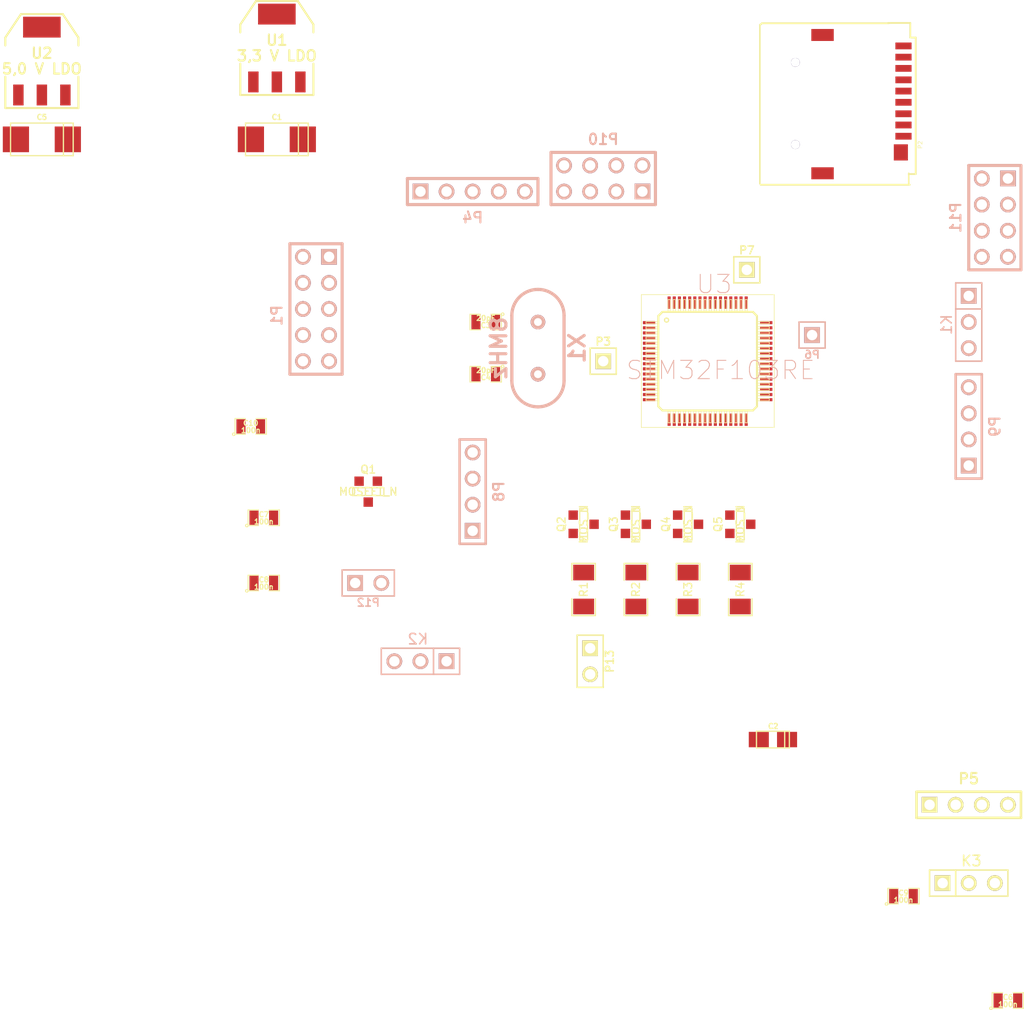
<source format=kicad_pcb>
(kicad_pcb (version 3) (host pcbnew "(2013-may-18)-stable")

  (general
    (links 117)
    (no_connects 117)
    (area 0 0 0 0)
    (thickness 1.6)
    (drawings 0)
    (tracks 0)
    (zones 0)
    (modules 39)
    (nets 61)
  )

  (page A3)
  (layers
    (15 F.Cu signal)
    (0 B.Cu signal)
    (16 B.Adhes user)
    (17 F.Adhes user)
    (18 B.Paste user)
    (19 F.Paste user)
    (20 B.SilkS user)
    (21 F.SilkS user)
    (22 B.Mask user)
    (23 F.Mask user)
    (24 Dwgs.User user)
    (25 Cmts.User user)
    (26 Eco1.User user)
    (27 Eco2.User user)
    (28 Edge.Cuts user)
  )

  (setup
    (last_trace_width 0.254)
    (trace_clearance 0.254)
    (zone_clearance 0.508)
    (zone_45_only no)
    (trace_min 0.254)
    (segment_width 0.2)
    (edge_width 0.15)
    (via_size 0.889)
    (via_drill 0.635)
    (via_min_size 0.889)
    (via_min_drill 0.508)
    (uvia_size 0.508)
    (uvia_drill 0.127)
    (uvias_allowed no)
    (uvia_min_size 0.508)
    (uvia_min_drill 0.127)
    (pcb_text_width 0.3)
    (pcb_text_size 1 1)
    (mod_edge_width 0.15)
    (mod_text_size 1 1)
    (mod_text_width 0.15)
    (pad_size 1 1)
    (pad_drill 0.6)
    (pad_to_mask_clearance 0)
    (aux_axis_origin 0 0)
    (visible_elements FFFFFFBF)
    (pcbplotparams
      (layerselection 3178497)
      (usegerberextensions true)
      (excludeedgelayer true)
      (linewidth 0.150000)
      (plotframeref false)
      (viasonmask false)
      (mode 1)
      (useauxorigin false)
      (hpglpennumber 1)
      (hpglpenspeed 20)
      (hpglpendiameter 15)
      (hpglpenoverlay 2)
      (psnegative false)
      (psa4output false)
      (plotreference true)
      (plotvalue true)
      (plotothertext true)
      (plotinvisibletext false)
      (padsonsilk false)
      (subtractmaskfromsilk false)
      (outputformat 1)
      (mirror false)
      (drillshape 1)
      (scaleselection 1)
      (outputdirectory ""))
  )

  (net 0 "")
  (net 1 +3.3V)
  (net 2 +5V)
  (net 3 +BATT)
  (net 4 GND)
  (net 5 N-000001)
  (net 6 N-0000010)
  (net 7 N-0000011)
  (net 8 N-0000012)
  (net 9 N-0000013)
  (net 10 N-0000014)
  (net 11 N-0000015)
  (net 12 N-0000016)
  (net 13 N-0000017)
  (net 14 N-0000018)
  (net 15 N-0000019)
  (net 16 N-000002)
  (net 17 N-0000020)
  (net 18 N-0000021)
  (net 19 N-0000022)
  (net 20 N-0000023)
  (net 21 N-0000024)
  (net 22 N-0000025)
  (net 23 N-0000026)
  (net 24 N-0000027)
  (net 25 N-0000028)
  (net 26 N-0000029)
  (net 27 N-000003)
  (net 28 N-0000030)
  (net 29 N-0000032)
  (net 30 N-0000033)
  (net 31 N-0000034)
  (net 32 N-0000035)
  (net 33 N-0000037)
  (net 34 N-0000038)
  (net 35 N-0000039)
  (net 36 N-000004)
  (net 37 N-0000040)
  (net 38 N-0000041)
  (net 39 N-0000042)
  (net 40 N-0000043)
  (net 41 N-0000044)
  (net 42 N-0000045)
  (net 43 N-0000046)
  (net 44 N-0000047)
  (net 45 N-0000048)
  (net 46 N-0000049)
  (net 47 N-000005)
  (net 48 N-0000050)
  (net 49 N-0000051)
  (net 50 N-0000053)
  (net 51 N-0000054)
  (net 52 N-0000055)
  (net 53 N-0000056)
  (net 54 N-0000057)
  (net 55 N-0000058)
  (net 56 N-0000059)
  (net 57 N-000006)
  (net 58 N-000007)
  (net 59 N-000008)
  (net 60 N-000009)

  (net_class Default "This is the default net class."
    (clearance 0.254)
    (trace_width 0.254)
    (via_dia 0.889)
    (via_drill 0.635)
    (uvia_dia 0.508)
    (uvia_drill 0.127)
    (add_net "")
    (add_net +3.3V)
    (add_net +5V)
    (add_net +BATT)
    (add_net GND)
    (add_net N-000001)
    (add_net N-0000010)
    (add_net N-0000011)
    (add_net N-0000012)
    (add_net N-0000013)
    (add_net N-0000014)
    (add_net N-0000015)
    (add_net N-0000016)
    (add_net N-0000017)
    (add_net N-0000018)
    (add_net N-0000019)
    (add_net N-000002)
    (add_net N-0000020)
    (add_net N-0000021)
    (add_net N-0000022)
    (add_net N-0000023)
    (add_net N-0000024)
    (add_net N-0000025)
    (add_net N-0000026)
    (add_net N-0000027)
    (add_net N-0000028)
    (add_net N-0000029)
    (add_net N-000003)
    (add_net N-0000030)
    (add_net N-0000032)
    (add_net N-0000033)
    (add_net N-0000034)
    (add_net N-0000035)
    (add_net N-0000037)
    (add_net N-0000038)
    (add_net N-0000039)
    (add_net N-000004)
    (add_net N-0000040)
    (add_net N-0000041)
    (add_net N-0000042)
    (add_net N-0000043)
    (add_net N-0000044)
    (add_net N-0000045)
    (add_net N-0000046)
    (add_net N-0000047)
    (add_net N-0000048)
    (add_net N-0000049)
    (add_net N-000005)
    (add_net N-0000050)
    (add_net N-0000051)
    (add_net N-0000053)
    (add_net N-0000054)
    (add_net N-0000055)
    (add_net N-0000056)
    (add_net N-0000057)
    (add_net N-0000058)
    (add_net N-0000059)
    (add_net N-000006)
    (add_net N-000007)
    (add_net N-000008)
    (add_net N-000009)
  )

  (module SOT23GDS (layer F.Cu) (tedit 50911E03) (tstamp 5491F8A2)
    (at 108.585 74.295 90)
    (descr "Module CMS SOT23 Transistore EBC")
    (tags "CMS SOT")
    (path /5490BD7F)
    (attr smd)
    (fp_text reference Q3 (at 0 -2.159 90) (layer F.SilkS)
      (effects (font (size 0.762 0.762) (thickness 0.12954)))
    )
    (fp_text value MOS_N (at 0 0 90) (layer F.SilkS)
      (effects (font (size 0.762 0.762) (thickness 0.12954)))
    )
    (fp_line (start -1.524 -0.381) (end 1.524 -0.381) (layer F.SilkS) (width 0.11938))
    (fp_line (start 1.524 -0.381) (end 1.524 0.381) (layer F.SilkS) (width 0.11938))
    (fp_line (start 1.524 0.381) (end -1.524 0.381) (layer F.SilkS) (width 0.11938))
    (fp_line (start -1.524 0.381) (end -1.524 -0.381) (layer F.SilkS) (width 0.11938))
    (pad S smd rect (at -0.889 -1.016 90) (size 0.9144 0.9144)
      (layers F.Cu F.Paste F.Mask)
      (net 4 GND)
    )
    (pad G smd rect (at 0.889 -1.016 90) (size 0.9144 0.9144)
      (layers F.Cu F.Paste F.Mask)
      (net 10 N-0000014)
    )
    (pad D smd rect (at 0 1.016 90) (size 0.9144 0.9144)
      (layers F.Cu F.Paste F.Mask)
      (net 47 N-000005)
    )
    (model smd/cms_sot23.wrl
      (at (xyz 0 0 0))
      (scale (xyz 0.13 0.15 0.15))
      (rotate (xyz 0 0 0))
    )
  )

  (module SOT23GDS (layer F.Cu) (tedit 50911E03) (tstamp 5491F8AD)
    (at 82.55 71.12)
    (descr "Module CMS SOT23 Transistore EBC")
    (tags "CMS SOT")
    (path /5491F2D3)
    (attr smd)
    (fp_text reference Q1 (at 0 -2.159) (layer F.SilkS)
      (effects (font (size 0.762 0.762) (thickness 0.12954)))
    )
    (fp_text value MOSFET_N (at 0 0) (layer F.SilkS)
      (effects (font (size 0.762 0.762) (thickness 0.12954)))
    )
    (fp_line (start -1.524 -0.381) (end 1.524 -0.381) (layer F.SilkS) (width 0.11938))
    (fp_line (start 1.524 -0.381) (end 1.524 0.381) (layer F.SilkS) (width 0.11938))
    (fp_line (start 1.524 0.381) (end -1.524 0.381) (layer F.SilkS) (width 0.11938))
    (fp_line (start -1.524 0.381) (end -1.524 -0.381) (layer F.SilkS) (width 0.11938))
    (pad S smd rect (at -0.889 -1.016) (size 0.9144 0.9144)
      (layers F.Cu F.Paste F.Mask)
      (net 4 GND)
    )
    (pad G smd rect (at 0.889 -1.016) (size 0.9144 0.9144)
      (layers F.Cu F.Paste F.Mask)
      (net 29 N-0000032)
    )
    (pad D smd rect (at 0 1.016) (size 0.9144 0.9144)
      (layers F.Cu F.Paste F.Mask)
      (net 32 N-0000035)
    )
    (model smd/cms_sot23.wrl
      (at (xyz 0 0 0))
      (scale (xyz 0.13 0.15 0.15))
      (rotate (xyz 0 0 0))
    )
  )

  (module SOT23GDS (layer F.Cu) (tedit 50911E03) (tstamp 5491F8B8)
    (at 113.665 74.295 90)
    (descr "Module CMS SOT23 Transistore EBC")
    (tags "CMS SOT")
    (path /5490BD8E)
    (attr smd)
    (fp_text reference Q4 (at 0 -2.159 90) (layer F.SilkS)
      (effects (font (size 0.762 0.762) (thickness 0.12954)))
    )
    (fp_text value MOS_N (at 0 0 90) (layer F.SilkS)
      (effects (font (size 0.762 0.762) (thickness 0.12954)))
    )
    (fp_line (start -1.524 -0.381) (end 1.524 -0.381) (layer F.SilkS) (width 0.11938))
    (fp_line (start 1.524 -0.381) (end 1.524 0.381) (layer F.SilkS) (width 0.11938))
    (fp_line (start 1.524 0.381) (end -1.524 0.381) (layer F.SilkS) (width 0.11938))
    (fp_line (start -1.524 0.381) (end -1.524 -0.381) (layer F.SilkS) (width 0.11938))
    (pad S smd rect (at -0.889 -1.016 90) (size 0.9144 0.9144)
      (layers F.Cu F.Paste F.Mask)
      (net 4 GND)
    )
    (pad G smd rect (at 0.889 -1.016 90) (size 0.9144 0.9144)
      (layers F.Cu F.Paste F.Mask)
      (net 9 N-0000013)
    )
    (pad D smd rect (at 0 1.016 90) (size 0.9144 0.9144)
      (layers F.Cu F.Paste F.Mask)
      (net 57 N-000006)
    )
    (model smd/cms_sot23.wrl
      (at (xyz 0 0 0))
      (scale (xyz 0.13 0.15 0.15))
      (rotate (xyz 0 0 0))
    )
  )

  (module SOT23GDS (layer F.Cu) (tedit 50911E03) (tstamp 5491F8C3)
    (at 118.745 74.295 90)
    (descr "Module CMS SOT23 Transistore EBC")
    (tags "CMS SOT")
    (path /5490BD9D)
    (attr smd)
    (fp_text reference Q5 (at 0 -2.159 90) (layer F.SilkS)
      (effects (font (size 0.762 0.762) (thickness 0.12954)))
    )
    (fp_text value MOS_N (at 0 0 90) (layer F.SilkS)
      (effects (font (size 0.762 0.762) (thickness 0.12954)))
    )
    (fp_line (start -1.524 -0.381) (end 1.524 -0.381) (layer F.SilkS) (width 0.11938))
    (fp_line (start 1.524 -0.381) (end 1.524 0.381) (layer F.SilkS) (width 0.11938))
    (fp_line (start 1.524 0.381) (end -1.524 0.381) (layer F.SilkS) (width 0.11938))
    (fp_line (start -1.524 0.381) (end -1.524 -0.381) (layer F.SilkS) (width 0.11938))
    (pad S smd rect (at -0.889 -1.016 90) (size 0.9144 0.9144)
      (layers F.Cu F.Paste F.Mask)
      (net 4 GND)
    )
    (pad G smd rect (at 0.889 -1.016 90) (size 0.9144 0.9144)
      (layers F.Cu F.Paste F.Mask)
      (net 8 N-0000012)
    )
    (pad D smd rect (at 0 1.016 90) (size 0.9144 0.9144)
      (layers F.Cu F.Paste F.Mask)
      (net 12 N-0000016)
    )
    (model smd/cms_sot23.wrl
      (at (xyz 0 0 0))
      (scale (xyz 0.13 0.15 0.15))
      (rotate (xyz 0 0 0))
    )
  )

  (module SOT23GDS (layer F.Cu) (tedit 50911E03) (tstamp 5491F8CE)
    (at 103.505 74.295 90)
    (descr "Module CMS SOT23 Transistore EBC")
    (tags "CMS SOT")
    (path /5490BDB6)
    (attr smd)
    (fp_text reference Q2 (at 0 -2.159 90) (layer F.SilkS)
      (effects (font (size 0.762 0.762) (thickness 0.12954)))
    )
    (fp_text value MOS_N (at 0 0 90) (layer F.SilkS)
      (effects (font (size 0.762 0.762) (thickness 0.12954)))
    )
    (fp_line (start -1.524 -0.381) (end 1.524 -0.381) (layer F.SilkS) (width 0.11938))
    (fp_line (start 1.524 -0.381) (end 1.524 0.381) (layer F.SilkS) (width 0.11938))
    (fp_line (start 1.524 0.381) (end -1.524 0.381) (layer F.SilkS) (width 0.11938))
    (fp_line (start -1.524 0.381) (end -1.524 -0.381) (layer F.SilkS) (width 0.11938))
    (pad S smd rect (at -0.889 -1.016 90) (size 0.9144 0.9144)
      (layers F.Cu F.Paste F.Mask)
      (net 4 GND)
    )
    (pad G smd rect (at 0.889 -1.016 90) (size 0.9144 0.9144)
      (layers F.Cu F.Paste F.Mask)
      (net 49 N-0000051)
    )
    (pad D smd rect (at 0 1.016 90) (size 0.9144 0.9144)
      (layers F.Cu F.Paste F.Mask)
      (net 36 N-000004)
    )
    (model smd/cms_sot23.wrl
      (at (xyz 0 0 0))
      (scale (xyz 0.13 0.15 0.15))
      (rotate (xyz 0 0 0))
    )
  )

  (module SOT223 (layer F.Cu) (tedit 200000) (tstamp 5491F8DE)
    (at 73.66 27.94)
    (descr "module CMS SOT223 4 pins")
    (tags "CMS SOT")
    (path /548EFA16)
    (attr smd)
    (fp_text reference U1 (at 0 -0.762) (layer F.SilkS)
      (effects (font (size 1.016 1.016) (thickness 0.2032)))
    )
    (fp_text value "3,3 V LDO" (at 0 0.762) (layer F.SilkS)
      (effects (font (size 1.016 1.016) (thickness 0.2032)))
    )
    (fp_line (start -3.556 1.524) (end -3.556 4.572) (layer F.SilkS) (width 0.2032))
    (fp_line (start -3.556 4.572) (end 3.556 4.572) (layer F.SilkS) (width 0.2032))
    (fp_line (start 3.556 4.572) (end 3.556 1.524) (layer F.SilkS) (width 0.2032))
    (fp_line (start -3.556 -1.524) (end -3.556 -2.286) (layer F.SilkS) (width 0.2032))
    (fp_line (start -3.556 -2.286) (end -2.032 -4.572) (layer F.SilkS) (width 0.2032))
    (fp_line (start -2.032 -4.572) (end 2.032 -4.572) (layer F.SilkS) (width 0.2032))
    (fp_line (start 2.032 -4.572) (end 3.556 -2.286) (layer F.SilkS) (width 0.2032))
    (fp_line (start 3.556 -2.286) (end 3.556 -1.524) (layer F.SilkS) (width 0.2032))
    (pad 4 smd rect (at 0 -3.302) (size 3.6576 2.032)
      (layers F.Cu F.Paste F.Mask)
    )
    (pad 2 smd rect (at 0 3.302) (size 1.016 2.032)
      (layers F.Cu F.Paste F.Mask)
      (net 1 +3.3V)
    )
    (pad 3 smd rect (at 2.286 3.302) (size 1.016 2.032)
      (layers F.Cu F.Paste F.Mask)
      (net 3 +BATT)
    )
    (pad 1 smd rect (at -2.286 3.302) (size 1.016 2.032)
      (layers F.Cu F.Paste F.Mask)
      (net 4 GND)
    )
    (model smd/SOT223.wrl
      (at (xyz 0 0 0))
      (scale (xyz 0.4 0.4 0.4))
      (rotate (xyz 0 0 0))
    )
  )

  (module SOT223 (layer F.Cu) (tedit 200000) (tstamp 5491F8EE)
    (at 50.8 29.21)
    (descr "module CMS SOT223 4 pins")
    (tags "CMS SOT")
    (path /5491DD91)
    (attr smd)
    (fp_text reference U2 (at 0 -0.762) (layer F.SilkS)
      (effects (font (size 1.016 1.016) (thickness 0.2032)))
    )
    (fp_text value "5,0 V LDO" (at 0 0.762) (layer F.SilkS)
      (effects (font (size 1.016 1.016) (thickness 0.2032)))
    )
    (fp_line (start -3.556 1.524) (end -3.556 4.572) (layer F.SilkS) (width 0.2032))
    (fp_line (start -3.556 4.572) (end 3.556 4.572) (layer F.SilkS) (width 0.2032))
    (fp_line (start 3.556 4.572) (end 3.556 1.524) (layer F.SilkS) (width 0.2032))
    (fp_line (start -3.556 -1.524) (end -3.556 -2.286) (layer F.SilkS) (width 0.2032))
    (fp_line (start -3.556 -2.286) (end -2.032 -4.572) (layer F.SilkS) (width 0.2032))
    (fp_line (start -2.032 -4.572) (end 2.032 -4.572) (layer F.SilkS) (width 0.2032))
    (fp_line (start 2.032 -4.572) (end 3.556 -2.286) (layer F.SilkS) (width 0.2032))
    (fp_line (start 3.556 -2.286) (end 3.556 -1.524) (layer F.SilkS) (width 0.2032))
    (pad 4 smd rect (at 0 -3.302) (size 3.6576 2.032)
      (layers F.Cu F.Paste F.Mask)
    )
    (pad 2 smd rect (at 0 3.302) (size 1.016 2.032)
      (layers F.Cu F.Paste F.Mask)
      (net 1 +3.3V)
    )
    (pad 3 smd rect (at 2.286 3.302) (size 1.016 2.032)
      (layers F.Cu F.Paste F.Mask)
      (net 3 +BATT)
    )
    (pad 1 smd rect (at -2.286 3.302) (size 1.016 2.032)
      (layers F.Cu F.Paste F.Mask)
      (net 4 GND)
    )
    (model smd/SOT223.wrl
      (at (xyz 0 0 0))
      (scale (xyz 0.4 0.4 0.4))
      (rotate (xyz 0 0 0))
    )
  )

  (module SM1206 (layer F.Cu) (tedit 42806E24) (tstamp 5491F8FA)
    (at 118.745 80.645 90)
    (path /5490BDF2)
    (attr smd)
    (fp_text reference R4 (at 0 0 90) (layer F.SilkS)
      (effects (font (size 0.762 0.762) (thickness 0.127)))
    )
    (fp_text value R (at 0 0 90) (layer F.SilkS) hide
      (effects (font (size 0.762 0.762) (thickness 0.127)))
    )
    (fp_line (start -2.54 -1.143) (end -2.54 1.143) (layer F.SilkS) (width 0.127))
    (fp_line (start -2.54 1.143) (end -0.889 1.143) (layer F.SilkS) (width 0.127))
    (fp_line (start 0.889 -1.143) (end 2.54 -1.143) (layer F.SilkS) (width 0.127))
    (fp_line (start 2.54 -1.143) (end 2.54 1.143) (layer F.SilkS) (width 0.127))
    (fp_line (start 2.54 1.143) (end 0.889 1.143) (layer F.SilkS) (width 0.127))
    (fp_line (start -0.889 -1.143) (end -2.54 -1.143) (layer F.SilkS) (width 0.127))
    (pad 1 smd rect (at -1.651 0 90) (size 1.524 2.032)
      (layers F.Cu F.Paste F.Mask)
      (net 7 N-0000011)
    )
    (pad 2 smd rect (at 1.651 0 90) (size 1.524 2.032)
      (layers F.Cu F.Paste F.Mask)
      (net 12 N-0000016)
    )
    (model smd/chip_cms.wrl
      (at (xyz 0 0 0))
      (scale (xyz 0.17 0.16 0.16))
      (rotate (xyz 0 0 0))
    )
  )

  (module SM1206 (layer F.Cu) (tedit 42806E24) (tstamp 5491F906)
    (at 113.665 80.645 90)
    (path /5490BDE3)
    (attr smd)
    (fp_text reference R3 (at 0 0 90) (layer F.SilkS)
      (effects (font (size 0.762 0.762) (thickness 0.127)))
    )
    (fp_text value R (at 0 0 90) (layer F.SilkS) hide
      (effects (font (size 0.762 0.762) (thickness 0.127)))
    )
    (fp_line (start -2.54 -1.143) (end -2.54 1.143) (layer F.SilkS) (width 0.127))
    (fp_line (start -2.54 1.143) (end -0.889 1.143) (layer F.SilkS) (width 0.127))
    (fp_line (start 0.889 -1.143) (end 2.54 -1.143) (layer F.SilkS) (width 0.127))
    (fp_line (start 2.54 -1.143) (end 2.54 1.143) (layer F.SilkS) (width 0.127))
    (fp_line (start 2.54 1.143) (end 0.889 1.143) (layer F.SilkS) (width 0.127))
    (fp_line (start -0.889 -1.143) (end -2.54 -1.143) (layer F.SilkS) (width 0.127))
    (pad 1 smd rect (at -1.651 0 90) (size 1.524 2.032)
      (layers F.Cu F.Paste F.Mask)
      (net 7 N-0000011)
    )
    (pad 2 smd rect (at 1.651 0 90) (size 1.524 2.032)
      (layers F.Cu F.Paste F.Mask)
      (net 57 N-000006)
    )
    (model smd/chip_cms.wrl
      (at (xyz 0 0 0))
      (scale (xyz 0.17 0.16 0.16))
      (rotate (xyz 0 0 0))
    )
  )

  (module SM1206 (layer F.Cu) (tedit 42806E24) (tstamp 5491F912)
    (at 108.585 80.645 90)
    (path /5490BDD4)
    (attr smd)
    (fp_text reference R2 (at 0 0 90) (layer F.SilkS)
      (effects (font (size 0.762 0.762) (thickness 0.127)))
    )
    (fp_text value R (at 0 0 90) (layer F.SilkS) hide
      (effects (font (size 0.762 0.762) (thickness 0.127)))
    )
    (fp_line (start -2.54 -1.143) (end -2.54 1.143) (layer F.SilkS) (width 0.127))
    (fp_line (start -2.54 1.143) (end -0.889 1.143) (layer F.SilkS) (width 0.127))
    (fp_line (start 0.889 -1.143) (end 2.54 -1.143) (layer F.SilkS) (width 0.127))
    (fp_line (start 2.54 -1.143) (end 2.54 1.143) (layer F.SilkS) (width 0.127))
    (fp_line (start 2.54 1.143) (end 0.889 1.143) (layer F.SilkS) (width 0.127))
    (fp_line (start -0.889 -1.143) (end -2.54 -1.143) (layer F.SilkS) (width 0.127))
    (pad 1 smd rect (at -1.651 0 90) (size 1.524 2.032)
      (layers F.Cu F.Paste F.Mask)
      (net 7 N-0000011)
    )
    (pad 2 smd rect (at 1.651 0 90) (size 1.524 2.032)
      (layers F.Cu F.Paste F.Mask)
      (net 47 N-000005)
    )
    (model smd/chip_cms.wrl
      (at (xyz 0 0 0))
      (scale (xyz 0.17 0.16 0.16))
      (rotate (xyz 0 0 0))
    )
  )

  (module SM1206 (layer F.Cu) (tedit 42806E24) (tstamp 5491F91E)
    (at 103.505 80.645 90)
    (path /5490BDC5)
    (attr smd)
    (fp_text reference R1 (at 0 0 90) (layer F.SilkS)
      (effects (font (size 0.762 0.762) (thickness 0.127)))
    )
    (fp_text value R (at 0 0 90) (layer F.SilkS) hide
      (effects (font (size 0.762 0.762) (thickness 0.127)))
    )
    (fp_line (start -2.54 -1.143) (end -2.54 1.143) (layer F.SilkS) (width 0.127))
    (fp_line (start -2.54 1.143) (end -0.889 1.143) (layer F.SilkS) (width 0.127))
    (fp_line (start 0.889 -1.143) (end 2.54 -1.143) (layer F.SilkS) (width 0.127))
    (fp_line (start 2.54 -1.143) (end 2.54 1.143) (layer F.SilkS) (width 0.127))
    (fp_line (start 2.54 1.143) (end 0.889 1.143) (layer F.SilkS) (width 0.127))
    (fp_line (start -0.889 -1.143) (end -2.54 -1.143) (layer F.SilkS) (width 0.127))
    (pad 1 smd rect (at -1.651 0 90) (size 1.524 2.032)
      (layers F.Cu F.Paste F.Mask)
      (net 7 N-0000011)
    )
    (pad 2 smd rect (at 1.651 0 90) (size 1.524 2.032)
      (layers F.Cu F.Paste F.Mask)
      (net 36 N-000004)
    )
    (model smd/chip_cms.wrl
      (at (xyz 0 0 0))
      (scale (xyz 0.17 0.16 0.16))
      (rotate (xyz 0 0 0))
    )
  )

  (module SM0805 (layer F.Cu) (tedit 5091495C) (tstamp 5491F92B)
    (at 93.98 54.61 180)
    (path /548EFBBF)
    (attr smd)
    (fp_text reference C3 (at 0 -0.3175 180) (layer F.SilkS)
      (effects (font (size 0.50038 0.50038) (thickness 0.10922)))
    )
    (fp_text value 20pF (at 0 0.381 180) (layer F.SilkS)
      (effects (font (size 0.50038 0.50038) (thickness 0.10922)))
    )
    (fp_circle (center -1.651 0.762) (end -1.651 0.635) (layer F.SilkS) (width 0.09906))
    (fp_line (start -0.508 0.762) (end -1.524 0.762) (layer F.SilkS) (width 0.09906))
    (fp_line (start -1.524 0.762) (end -1.524 -0.762) (layer F.SilkS) (width 0.09906))
    (fp_line (start -1.524 -0.762) (end -0.508 -0.762) (layer F.SilkS) (width 0.09906))
    (fp_line (start 0.508 -0.762) (end 1.524 -0.762) (layer F.SilkS) (width 0.09906))
    (fp_line (start 1.524 -0.762) (end 1.524 0.762) (layer F.SilkS) (width 0.09906))
    (fp_line (start 1.524 0.762) (end 0.508 0.762) (layer F.SilkS) (width 0.09906))
    (pad 1 smd rect (at -0.9525 0 180) (size 0.889 1.397)
      (layers F.Cu F.Paste F.Mask)
      (net 17 N-0000020)
    )
    (pad 2 smd rect (at 0.9525 0 180) (size 0.889 1.397)
      (layers F.Cu F.Paste F.Mask)
      (net 4 GND)
    )
    (model smd/chip_cms.wrl
      (at (xyz 0 0 0))
      (scale (xyz 0.1 0.1 0.1))
      (rotate (xyz 0 0 0))
    )
  )

  (module SM0805 (layer F.Cu) (tedit 5091495C) (tstamp 5491F938)
    (at 144.78 120.65)
    (path /548EFCEA)
    (attr smd)
    (fp_text reference C6 (at 0 -0.3175) (layer F.SilkS)
      (effects (font (size 0.50038 0.50038) (thickness 0.10922)))
    )
    (fp_text value 100n (at 0 0.381) (layer F.SilkS)
      (effects (font (size 0.50038 0.50038) (thickness 0.10922)))
    )
    (fp_circle (center -1.651 0.762) (end -1.651 0.635) (layer F.SilkS) (width 0.09906))
    (fp_line (start -0.508 0.762) (end -1.524 0.762) (layer F.SilkS) (width 0.09906))
    (fp_line (start -1.524 0.762) (end -1.524 -0.762) (layer F.SilkS) (width 0.09906))
    (fp_line (start -1.524 -0.762) (end -0.508 -0.762) (layer F.SilkS) (width 0.09906))
    (fp_line (start 0.508 -0.762) (end 1.524 -0.762) (layer F.SilkS) (width 0.09906))
    (fp_line (start 1.524 -0.762) (end 1.524 0.762) (layer F.SilkS) (width 0.09906))
    (fp_line (start 1.524 0.762) (end 0.508 0.762) (layer F.SilkS) (width 0.09906))
    (pad 1 smd rect (at -0.9525 0) (size 0.889 1.397)
      (layers F.Cu F.Paste F.Mask)
      (net 1 +3.3V)
    )
    (pad 2 smd rect (at 0.9525 0) (size 0.889 1.397)
      (layers F.Cu F.Paste F.Mask)
      (net 4 GND)
    )
    (model smd/chip_cms.wrl
      (at (xyz 0 0 0))
      (scale (xyz 0.1 0.1 0.1))
      (rotate (xyz 0 0 0))
    )
  )

  (module SM0805 (layer F.Cu) (tedit 5091495C) (tstamp 5491F945)
    (at 72.39 73.66)
    (path /548EFCF9)
    (attr smd)
    (fp_text reference C7 (at 0 -0.3175) (layer F.SilkS)
      (effects (font (size 0.50038 0.50038) (thickness 0.10922)))
    )
    (fp_text value 100n (at 0 0.381) (layer F.SilkS)
      (effects (font (size 0.50038 0.50038) (thickness 0.10922)))
    )
    (fp_circle (center -1.651 0.762) (end -1.651 0.635) (layer F.SilkS) (width 0.09906))
    (fp_line (start -0.508 0.762) (end -1.524 0.762) (layer F.SilkS) (width 0.09906))
    (fp_line (start -1.524 0.762) (end -1.524 -0.762) (layer F.SilkS) (width 0.09906))
    (fp_line (start -1.524 -0.762) (end -0.508 -0.762) (layer F.SilkS) (width 0.09906))
    (fp_line (start 0.508 -0.762) (end 1.524 -0.762) (layer F.SilkS) (width 0.09906))
    (fp_line (start 1.524 -0.762) (end 1.524 0.762) (layer F.SilkS) (width 0.09906))
    (fp_line (start 1.524 0.762) (end 0.508 0.762) (layer F.SilkS) (width 0.09906))
    (pad 1 smd rect (at -0.9525 0) (size 0.889 1.397)
      (layers F.Cu F.Paste F.Mask)
      (net 1 +3.3V)
    )
    (pad 2 smd rect (at 0.9525 0) (size 0.889 1.397)
      (layers F.Cu F.Paste F.Mask)
      (net 4 GND)
    )
    (model smd/chip_cms.wrl
      (at (xyz 0 0 0))
      (scale (xyz 0.1 0.1 0.1))
      (rotate (xyz 0 0 0))
    )
  )

  (module SM0805 (layer F.Cu) (tedit 5091495C) (tstamp 5491F952)
    (at 72.39 80.01)
    (path /548EFD08)
    (attr smd)
    (fp_text reference C8 (at 0 -0.3175) (layer F.SilkS)
      (effects (font (size 0.50038 0.50038) (thickness 0.10922)))
    )
    (fp_text value 100n (at 0 0.381) (layer F.SilkS)
      (effects (font (size 0.50038 0.50038) (thickness 0.10922)))
    )
    (fp_circle (center -1.651 0.762) (end -1.651 0.635) (layer F.SilkS) (width 0.09906))
    (fp_line (start -0.508 0.762) (end -1.524 0.762) (layer F.SilkS) (width 0.09906))
    (fp_line (start -1.524 0.762) (end -1.524 -0.762) (layer F.SilkS) (width 0.09906))
    (fp_line (start -1.524 -0.762) (end -0.508 -0.762) (layer F.SilkS) (width 0.09906))
    (fp_line (start 0.508 -0.762) (end 1.524 -0.762) (layer F.SilkS) (width 0.09906))
    (fp_line (start 1.524 -0.762) (end 1.524 0.762) (layer F.SilkS) (width 0.09906))
    (fp_line (start 1.524 0.762) (end 0.508 0.762) (layer F.SilkS) (width 0.09906))
    (pad 1 smd rect (at -0.9525 0) (size 0.889 1.397)
      (layers F.Cu F.Paste F.Mask)
      (net 1 +3.3V)
    )
    (pad 2 smd rect (at 0.9525 0) (size 0.889 1.397)
      (layers F.Cu F.Paste F.Mask)
      (net 4 GND)
    )
    (model smd/chip_cms.wrl
      (at (xyz 0 0 0))
      (scale (xyz 0.1 0.1 0.1))
      (rotate (xyz 0 0 0))
    )
  )

  (module SM0805 (layer F.Cu) (tedit 5091495C) (tstamp 5491F95F)
    (at 134.62 110.49)
    (path /548EFD17)
    (attr smd)
    (fp_text reference C9 (at 0 -0.3175) (layer F.SilkS)
      (effects (font (size 0.50038 0.50038) (thickness 0.10922)))
    )
    (fp_text value 100n (at 0 0.381) (layer F.SilkS)
      (effects (font (size 0.50038 0.50038) (thickness 0.10922)))
    )
    (fp_circle (center -1.651 0.762) (end -1.651 0.635) (layer F.SilkS) (width 0.09906))
    (fp_line (start -0.508 0.762) (end -1.524 0.762) (layer F.SilkS) (width 0.09906))
    (fp_line (start -1.524 0.762) (end -1.524 -0.762) (layer F.SilkS) (width 0.09906))
    (fp_line (start -1.524 -0.762) (end -0.508 -0.762) (layer F.SilkS) (width 0.09906))
    (fp_line (start 0.508 -0.762) (end 1.524 -0.762) (layer F.SilkS) (width 0.09906))
    (fp_line (start 1.524 -0.762) (end 1.524 0.762) (layer F.SilkS) (width 0.09906))
    (fp_line (start 1.524 0.762) (end 0.508 0.762) (layer F.SilkS) (width 0.09906))
    (pad 1 smd rect (at -0.9525 0) (size 0.889 1.397)
      (layers F.Cu F.Paste F.Mask)
      (net 1 +3.3V)
    )
    (pad 2 smd rect (at 0.9525 0) (size 0.889 1.397)
      (layers F.Cu F.Paste F.Mask)
      (net 4 GND)
    )
    (model smd/chip_cms.wrl
      (at (xyz 0 0 0))
      (scale (xyz 0.1 0.1 0.1))
      (rotate (xyz 0 0 0))
    )
  )

  (module SM0805 (layer F.Cu) (tedit 5091495C) (tstamp 5491F96C)
    (at 71.12 64.77)
    (path /548EFD26)
    (attr smd)
    (fp_text reference C10 (at 0 -0.3175) (layer F.SilkS)
      (effects (font (size 0.50038 0.50038) (thickness 0.10922)))
    )
    (fp_text value 100n (at 0 0.381) (layer F.SilkS)
      (effects (font (size 0.50038 0.50038) (thickness 0.10922)))
    )
    (fp_circle (center -1.651 0.762) (end -1.651 0.635) (layer F.SilkS) (width 0.09906))
    (fp_line (start -0.508 0.762) (end -1.524 0.762) (layer F.SilkS) (width 0.09906))
    (fp_line (start -1.524 0.762) (end -1.524 -0.762) (layer F.SilkS) (width 0.09906))
    (fp_line (start -1.524 -0.762) (end -0.508 -0.762) (layer F.SilkS) (width 0.09906))
    (fp_line (start 0.508 -0.762) (end 1.524 -0.762) (layer F.SilkS) (width 0.09906))
    (fp_line (start 1.524 -0.762) (end 1.524 0.762) (layer F.SilkS) (width 0.09906))
    (fp_line (start 1.524 0.762) (end 0.508 0.762) (layer F.SilkS) (width 0.09906))
    (pad 1 smd rect (at -0.9525 0) (size 0.889 1.397)
      (layers F.Cu F.Paste F.Mask)
      (net 1 +3.3V)
    )
    (pad 2 smd rect (at 0.9525 0) (size 0.889 1.397)
      (layers F.Cu F.Paste F.Mask)
      (net 4 GND)
    )
    (model smd/chip_cms.wrl
      (at (xyz 0 0 0))
      (scale (xyz 0.1 0.1 0.1))
      (rotate (xyz 0 0 0))
    )
  )

  (module SM0805 (layer F.Cu) (tedit 5091495C) (tstamp 5491F979)
    (at 93.98 59.69 180)
    (path /548EFBB0)
    (attr smd)
    (fp_text reference C4 (at 0 -0.3175 180) (layer F.SilkS)
      (effects (font (size 0.50038 0.50038) (thickness 0.10922)))
    )
    (fp_text value 20pF (at 0 0.381 180) (layer F.SilkS)
      (effects (font (size 0.50038 0.50038) (thickness 0.10922)))
    )
    (fp_circle (center -1.651 0.762) (end -1.651 0.635) (layer F.SilkS) (width 0.09906))
    (fp_line (start -0.508 0.762) (end -1.524 0.762) (layer F.SilkS) (width 0.09906))
    (fp_line (start -1.524 0.762) (end -1.524 -0.762) (layer F.SilkS) (width 0.09906))
    (fp_line (start -1.524 -0.762) (end -0.508 -0.762) (layer F.SilkS) (width 0.09906))
    (fp_line (start 0.508 -0.762) (end 1.524 -0.762) (layer F.SilkS) (width 0.09906))
    (fp_line (start 1.524 -0.762) (end 1.524 0.762) (layer F.SilkS) (width 0.09906))
    (fp_line (start 1.524 0.762) (end 0.508 0.762) (layer F.SilkS) (width 0.09906))
    (pad 1 smd rect (at -0.9525 0 180) (size 0.889 1.397)
      (layers F.Cu F.Paste F.Mask)
      (net 18 N-0000021)
    )
    (pad 2 smd rect (at 0.9525 0 180) (size 0.889 1.397)
      (layers F.Cu F.Paste F.Mask)
      (net 4 GND)
    )
    (model smd/chip_cms.wrl
      (at (xyz 0 0 0))
      (scale (xyz 0.1 0.1 0.1))
      (rotate (xyz 0 0 0))
    )
  )

  (module PIN_ARRAY_5x2 (layer B.Cu) (tedit 3FCF2109) (tstamp 5491F98B)
    (at 77.47 53.34 270)
    (descr "Double rangee de contacts 2 x 5 pins")
    (tags CONN)
    (path /5491CD94)
    (fp_text reference P1 (at 0.635 3.81 270) (layer B.SilkS)
      (effects (font (size 1.016 1.016) (thickness 0.2032)) (justify mirror))
    )
    (fp_text value Indication (at 0 3.81 270) (layer B.SilkS) hide
      (effects (font (size 1.016 1.016) (thickness 0.2032)) (justify mirror))
    )
    (fp_line (start -6.35 2.54) (end 6.35 2.54) (layer B.SilkS) (width 0.3048))
    (fp_line (start 6.35 2.54) (end 6.35 -2.54) (layer B.SilkS) (width 0.3048))
    (fp_line (start 6.35 -2.54) (end -6.35 -2.54) (layer B.SilkS) (width 0.3048))
    (fp_line (start -6.35 -2.54) (end -6.35 2.54) (layer B.SilkS) (width 0.3048))
    (pad 1 thru_hole rect (at -5.08 -1.27 270) (size 1.524 1.524) (drill 1.016)
      (layers *.Cu *.Mask B.SilkS)
      (net 48 N-0000050)
    )
    (pad 2 thru_hole circle (at -5.08 1.27 270) (size 1.524 1.524) (drill 1.016)
      (layers *.Cu *.Mask B.SilkS)
      (net 46 N-0000049)
    )
    (pad 3 thru_hole circle (at -2.54 -1.27 270) (size 1.524 1.524) (drill 1.016)
      (layers *.Cu *.Mask B.SilkS)
      (net 40 N-0000043)
    )
    (pad 4 thru_hole circle (at -2.54 1.27 270) (size 1.524 1.524) (drill 1.016)
      (layers *.Cu *.Mask B.SilkS)
      (net 41 N-0000044)
    )
    (pad 5 thru_hole circle (at 0 -1.27 270) (size 1.524 1.524) (drill 1.016)
      (layers *.Cu *.Mask B.SilkS)
      (net 42 N-0000045)
    )
    (pad 6 thru_hole circle (at 0 1.27 270) (size 1.524 1.524) (drill 1.016)
      (layers *.Cu *.Mask B.SilkS)
      (net 39 N-0000042)
    )
    (pad 7 thru_hole circle (at 2.54 -1.27 270) (size 1.524 1.524) (drill 1.016)
      (layers *.Cu *.Mask B.SilkS)
      (net 43 N-0000046)
    )
    (pad 8 thru_hole circle (at 2.54 1.27 270) (size 1.524 1.524) (drill 1.016)
      (layers *.Cu *.Mask B.SilkS)
      (net 52 N-0000055)
    )
    (pad 9 thru_hole circle (at 5.08 -1.27 270) (size 1.524 1.524) (drill 1.016)
      (layers *.Cu *.Mask B.SilkS)
      (net 51 N-0000054)
    )
    (pad 10 thru_hole circle (at 5.08 1.27 270) (size 1.524 1.524) (drill 1.016)
      (layers *.Cu *.Mask B.SilkS)
      (net 50 N-0000053)
    )
    (model pin_array/pins_array_5x2.wrl
      (at (xyz 0 0 0))
      (scale (xyz 1 1 1))
      (rotate (xyz 0 0 0))
    )
  )

  (module PIN_ARRAY_5x1 (layer B.Cu) (tedit 45976D86) (tstamp 5491F998)
    (at 92.71 41.91)
    (descr "Double rangee de contacts 2 x 5 pins")
    (tags CONN)
    (path /5491FAFA)
    (fp_text reference P4 (at 0 2.54) (layer B.SilkS)
      (effects (font (size 1.016 1.016) (thickness 0.2032)) (justify mirror))
    )
    (fp_text value CONN_5 (at 0 -2.54) (layer B.SilkS) hide
      (effects (font (size 1.016 1.016) (thickness 0.2032)) (justify mirror))
    )
    (fp_line (start -6.35 1.27) (end -6.35 -1.27) (layer B.SilkS) (width 0.3048))
    (fp_line (start 6.35 -1.27) (end 6.35 1.27) (layer B.SilkS) (width 0.3048))
    (fp_line (start -6.35 1.27) (end 6.35 1.27) (layer B.SilkS) (width 0.3048))
    (fp_line (start 6.35 -1.27) (end -6.35 -1.27) (layer B.SilkS) (width 0.3048))
    (pad 1 thru_hole rect (at -5.08 0) (size 1.524 1.524) (drill 1.016)
      (layers *.Cu *.Mask B.SilkS)
      (net 4 GND)
    )
    (pad 2 thru_hole circle (at -2.54 0) (size 1.524 1.524) (drill 1.016)
      (layers *.Cu *.Mask B.SilkS)
      (net 38 N-0000041)
    )
    (pad 3 thru_hole circle (at 0 0) (size 1.524 1.524) (drill 1.016)
      (layers *.Cu *.Mask B.SilkS)
      (net 37 N-0000040)
    )
    (pad 4 thru_hole circle (at 2.54 0) (size 1.524 1.524) (drill 1.016)
      (layers *.Cu *.Mask B.SilkS)
      (net 35 N-0000039)
    )
    (pad 5 thru_hole circle (at 5.08 0) (size 1.524 1.524) (drill 1.016)
      (layers *.Cu *.Mask B.SilkS)
      (net 34 N-0000038)
    )
    (model pin_array/pins_array_5x1.wrl
      (at (xyz 0 0 0))
      (scale (xyz 1 1 1))
      (rotate (xyz 0 0 0))
    )
  )

  (module pin_array_4x2 (layer B.Cu) (tedit 3FAB90E6) (tstamp 5491F9A8)
    (at 105.41 40.64 180)
    (descr "Double rangee de contacts 2 x 4 pins")
    (tags CONN)
    (path /5490ADB4)
    (fp_text reference P10 (at 0 3.81 180) (layer B.SilkS)
      (effects (font (size 1.016 1.016) (thickness 0.2032)) (justify mirror))
    )
    (fp_text value RFID-RC522-MODULE (at 0 -3.81 180) (layer B.SilkS) hide
      (effects (font (size 1.016 1.016) (thickness 0.2032)) (justify mirror))
    )
    (fp_line (start -5.08 2.54) (end 5.08 2.54) (layer B.SilkS) (width 0.3048))
    (fp_line (start 5.08 2.54) (end 5.08 -2.54) (layer B.SilkS) (width 0.3048))
    (fp_line (start 5.08 -2.54) (end -5.08 -2.54) (layer B.SilkS) (width 0.3048))
    (fp_line (start -5.08 -2.54) (end -5.08 2.54) (layer B.SilkS) (width 0.3048))
    (pad 1 thru_hole rect (at -3.81 -1.27 180) (size 1.524 1.524) (drill 1.016)
      (layers *.Cu *.Mask B.SilkS)
      (net 21 N-0000024)
    )
    (pad 2 thru_hole circle (at -3.81 1.27 180) (size 1.524 1.524) (drill 1.016)
      (layers *.Cu *.Mask B.SilkS)
      (net 22 N-0000025)
    )
    (pad 3 thru_hole circle (at -1.27 -1.27 180) (size 1.524 1.524) (drill 1.016)
      (layers *.Cu *.Mask B.SilkS)
      (net 19 N-0000022)
    )
    (pad 4 thru_hole circle (at -1.27 1.27 180) (size 1.524 1.524) (drill 1.016)
      (layers *.Cu *.Mask B.SilkS)
      (net 23 N-0000026)
    )
    (pad 5 thru_hole circle (at 1.27 -1.27 180) (size 1.524 1.524) (drill 1.016)
      (layers *.Cu *.Mask B.SilkS)
      (net 20 N-0000023)
    )
    (pad 6 thru_hole circle (at 1.27 1.27 180) (size 1.524 1.524) (drill 1.016)
      (layers *.Cu *.Mask B.SilkS)
      (net 4 GND)
    )
    (pad 7 thru_hole circle (at 3.81 -1.27 180) (size 1.524 1.524) (drill 1.016)
      (layers *.Cu *.Mask B.SilkS)
      (net 1 +3.3V)
    )
    (pad 8 thru_hole circle (at 3.81 1.27 180) (size 1.524 1.524) (drill 1.016)
      (layers *.Cu *.Mask B.SilkS)
      (net 1 +3.3V)
    )
    (model pin_array/pins_array_4x2.wrl
      (at (xyz 0 0 0))
      (scale (xyz 1 1 1))
      (rotate (xyz 0 0 0))
    )
  )

  (module pin_array_4x2 (layer B.Cu) (tedit 3FAB90E6) (tstamp 5491F9B8)
    (at 143.51 44.45 270)
    (descr "Double rangee de contacts 2 x 4 pins")
    (tags CONN)
    (path /5490B7E2)
    (fp_text reference P11 (at 0 3.81 270) (layer B.SilkS)
      (effects (font (size 1.016 1.016) (thickness 0.2032)) (justify mirror))
    )
    (fp_text value NRF24L01 (at 0 -3.81 270) (layer B.SilkS) hide
      (effects (font (size 1.016 1.016) (thickness 0.2032)) (justify mirror))
    )
    (fp_line (start -5.08 2.54) (end 5.08 2.54) (layer B.SilkS) (width 0.3048))
    (fp_line (start 5.08 2.54) (end 5.08 -2.54) (layer B.SilkS) (width 0.3048))
    (fp_line (start 5.08 -2.54) (end -5.08 -2.54) (layer B.SilkS) (width 0.3048))
    (fp_line (start -5.08 -2.54) (end -5.08 2.54) (layer B.SilkS) (width 0.3048))
    (pad 1 thru_hole rect (at -3.81 -1.27 270) (size 1.524 1.524) (drill 1.016)
      (layers *.Cu *.Mask B.SilkS)
      (net 4 GND)
    )
    (pad 2 thru_hole circle (at -3.81 1.27 270) (size 1.524 1.524) (drill 1.016)
      (layers *.Cu *.Mask B.SilkS)
      (net 1 +3.3V)
    )
    (pad 3 thru_hole circle (at -1.27 -1.27 270) (size 1.524 1.524) (drill 1.016)
      (layers *.Cu *.Mask B.SilkS)
      (net 27 N-000003)
    )
    (pad 4 thru_hole circle (at -1.27 1.27 270) (size 1.524 1.524) (drill 1.016)
      (layers *.Cu *.Mask B.SilkS)
      (net 5 N-000001)
    )
    (pad 5 thru_hole circle (at 1.27 -1.27 270) (size 1.524 1.524) (drill 1.016)
      (layers *.Cu *.Mask B.SilkS)
      (net 58 N-000007)
    )
    (pad 6 thru_hole circle (at 1.27 1.27 270) (size 1.524 1.524) (drill 1.016)
      (layers *.Cu *.Mask B.SilkS)
      (net 60 N-000009)
    )
    (pad 7 thru_hole circle (at 3.81 -1.27 270) (size 1.524 1.524) (drill 1.016)
      (layers *.Cu *.Mask B.SilkS)
      (net 59 N-000008)
    )
    (pad 8 thru_hole circle (at 3.81 1.27 270) (size 1.524 1.524) (drill 1.016)
      (layers *.Cu *.Mask B.SilkS)
      (net 16 N-000002)
    )
    (model pin_array/pins_array_4x2.wrl
      (at (xyz 0 0 0))
      (scale (xyz 1 1 1))
      (rotate (xyz 0 0 0))
    )
  )

  (module PIN_ARRAY_4x1 (layer F.Cu) (tedit 4C10F42E) (tstamp 5491F9C4)
    (at 140.97 101.6)
    (descr "Double rangee de contacts 2 x 5 pins")
    (tags CONN)
    (path /5490B292)
    (fp_text reference P5 (at 0 -2.54) (layer F.SilkS)
      (effects (font (size 1.016 1.016) (thickness 0.2032)))
    )
    (fp_text value CONN_4 (at 0 2.54) (layer F.SilkS) hide
      (effects (font (size 1.016 1.016) (thickness 0.2032)))
    )
    (fp_line (start 5.08 1.27) (end -5.08 1.27) (layer F.SilkS) (width 0.254))
    (fp_line (start 5.08 -1.27) (end -5.08 -1.27) (layer F.SilkS) (width 0.254))
    (fp_line (start -5.08 -1.27) (end -5.08 1.27) (layer F.SilkS) (width 0.254))
    (fp_line (start 5.08 1.27) (end 5.08 -1.27) (layer F.SilkS) (width 0.254))
    (pad 1 thru_hole rect (at -3.81 0) (size 1.524 1.524) (drill 1.016)
      (layers *.Cu *.Mask F.SilkS)
      (net 4 GND)
    )
    (pad 2 thru_hole circle (at -1.27 0) (size 1.524 1.524) (drill 1.016)
      (layers *.Cu *.Mask F.SilkS)
      (net 1 +3.3V)
    )
    (pad 3 thru_hole circle (at 1.27 0) (size 1.524 1.524) (drill 1.016)
      (layers *.Cu *.Mask F.SilkS)
      (net 11 N-0000015)
    )
    (pad 4 thru_hole circle (at 3.81 0) (size 1.524 1.524) (drill 1.016)
      (layers *.Cu *.Mask F.SilkS)
      (net 6 N-0000010)
    )
    (model pin_array\pins_array_4x1.wrl
      (at (xyz 0 0 0))
      (scale (xyz 1 1 1))
      (rotate (xyz 0 0 0))
    )
  )

  (module PIN_ARRAY_4x1 (layer B.Cu) (tedit 4C10F42E) (tstamp 5491F9D0)
    (at 92.71 71.12 90)
    (descr "Double rangee de contacts 2 x 5 pins")
    (tags CONN)
    (path /5490AA64)
    (fp_text reference P8 (at 0 2.54 90) (layer B.SilkS)
      (effects (font (size 1.016 1.016) (thickness 0.2032)) (justify mirror))
    )
    (fp_text value USART2 (at 0 -2.54 90) (layer B.SilkS) hide
      (effects (font (size 1.016 1.016) (thickness 0.2032)) (justify mirror))
    )
    (fp_line (start 5.08 -1.27) (end -5.08 -1.27) (layer B.SilkS) (width 0.254))
    (fp_line (start 5.08 1.27) (end -5.08 1.27) (layer B.SilkS) (width 0.254))
    (fp_line (start -5.08 1.27) (end -5.08 -1.27) (layer B.SilkS) (width 0.254))
    (fp_line (start 5.08 -1.27) (end 5.08 1.27) (layer B.SilkS) (width 0.254))
    (pad 1 thru_hole rect (at -3.81 0 90) (size 1.524 1.524) (drill 1.016)
      (layers *.Cu *.Mask B.SilkS)
      (net 4 GND)
    )
    (pad 2 thru_hole circle (at -1.27 0 90) (size 1.524 1.524) (drill 1.016)
      (layers *.Cu *.Mask B.SilkS)
      (net 1 +3.3V)
    )
    (pad 3 thru_hole circle (at 1.27 0 90) (size 1.524 1.524) (drill 1.016)
      (layers *.Cu *.Mask B.SilkS)
      (net 25 N-0000028)
    )
    (pad 4 thru_hole circle (at 3.81 0 90) (size 1.524 1.524) (drill 1.016)
      (layers *.Cu *.Mask B.SilkS)
      (net 24 N-0000027)
    )
    (model pin_array\pins_array_4x1.wrl
      (at (xyz 0 0 0))
      (scale (xyz 1 1 1))
      (rotate (xyz 0 0 0))
    )
  )

  (module PIN_ARRAY_4x1 (layer B.Cu) (tedit 4C10F42E) (tstamp 5491F9DC)
    (at 140.97 64.77 90)
    (descr "Double rangee de contacts 2 x 5 pins")
    (tags CONN)
    (path /5490A87A)
    (fp_text reference P9 (at 0 2.54 90) (layer B.SilkS)
      (effects (font (size 1.016 1.016) (thickness 0.2032)) (justify mirror))
    )
    (fp_text value USART1 (at 0 -2.54 90) (layer B.SilkS) hide
      (effects (font (size 1.016 1.016) (thickness 0.2032)) (justify mirror))
    )
    (fp_line (start 5.08 -1.27) (end -5.08 -1.27) (layer B.SilkS) (width 0.254))
    (fp_line (start 5.08 1.27) (end -5.08 1.27) (layer B.SilkS) (width 0.254))
    (fp_line (start -5.08 1.27) (end -5.08 -1.27) (layer B.SilkS) (width 0.254))
    (fp_line (start 5.08 -1.27) (end 5.08 1.27) (layer B.SilkS) (width 0.254))
    (pad 1 thru_hole rect (at -3.81 0 90) (size 1.524 1.524) (drill 1.016)
      (layers *.Cu *.Mask B.SilkS)
      (net 4 GND)
    )
    (pad 2 thru_hole circle (at -1.27 0 90) (size 1.524 1.524) (drill 1.016)
      (layers *.Cu *.Mask B.SilkS)
    )
    (pad 3 thru_hole circle (at 1.27 0 90) (size 1.524 1.524) (drill 1.016)
      (layers *.Cu *.Mask B.SilkS)
      (net 28 N-0000030)
    )
    (pad 4 thru_hole circle (at 3.81 0 90) (size 1.524 1.524) (drill 1.016)
      (layers *.Cu *.Mask B.SilkS)
      (net 26 N-0000029)
    )
    (model pin_array\pins_array_4x1.wrl
      (at (xyz 0 0 0))
      (scale (xyz 1 1 1))
      (rotate (xyz 0 0 0))
    )
  )

  (module PIN_ARRAY_3X1 (layer F.Cu) (tedit 4C1130E0) (tstamp 5491F9E8)
    (at 140.97 109.22)
    (descr "Connecteur 3 pins")
    (tags "CONN DEV")
    (path /5490CAA5)
    (fp_text reference K3 (at 0.254 -2.159) (layer F.SilkS)
      (effects (font (size 1.016 1.016) (thickness 0.1524)))
    )
    (fp_text value IR_LASER (at 0 -2.159) (layer F.SilkS) hide
      (effects (font (size 1.016 1.016) (thickness 0.1524)))
    )
    (fp_line (start -3.81 1.27) (end -3.81 -1.27) (layer F.SilkS) (width 0.1524))
    (fp_line (start -3.81 -1.27) (end 3.81 -1.27) (layer F.SilkS) (width 0.1524))
    (fp_line (start 3.81 -1.27) (end 3.81 1.27) (layer F.SilkS) (width 0.1524))
    (fp_line (start 3.81 1.27) (end -3.81 1.27) (layer F.SilkS) (width 0.1524))
    (fp_line (start -1.27 -1.27) (end -1.27 1.27) (layer F.SilkS) (width 0.1524))
    (pad 1 thru_hole rect (at -2.54 0) (size 1.524 1.524) (drill 1.016)
      (layers *.Cu *.Mask F.SilkS)
      (net 2 +5V)
    )
    (pad 2 thru_hole circle (at 0 0) (size 1.524 1.524) (drill 1.016)
      (layers *.Cu *.Mask F.SilkS)
      (net 4 GND)
    )
    (pad 3 thru_hole circle (at 2.54 0) (size 1.524 1.524) (drill 1.016)
      (layers *.Cu *.Mask F.SilkS)
      (net 49 N-0000051)
    )
    (model pin_array/pins_array_3x1.wrl
      (at (xyz 0 0 0))
      (scale (xyz 1 1 1))
      (rotate (xyz 0 0 0))
    )
  )

  (module PIN_ARRAY_3X1 (layer B.Cu) (tedit 4C1130E0) (tstamp 5491F9F4)
    (at 140.97 54.61 270)
    (descr "Connecteur 3 pins")
    (tags "CONN DEV")
    (path /5491F4C1)
    (fp_text reference K1 (at 0.254 2.159 270) (layer B.SilkS)
      (effects (font (size 1.016 1.016) (thickness 0.1524)) (justify mirror))
    )
    (fp_text value Magazine (at 0 2.159 270) (layer B.SilkS) hide
      (effects (font (size 1.016 1.016) (thickness 0.1524)) (justify mirror))
    )
    (fp_line (start -3.81 -1.27) (end -3.81 1.27) (layer B.SilkS) (width 0.1524))
    (fp_line (start -3.81 1.27) (end 3.81 1.27) (layer B.SilkS) (width 0.1524))
    (fp_line (start 3.81 1.27) (end 3.81 -1.27) (layer B.SilkS) (width 0.1524))
    (fp_line (start 3.81 -1.27) (end -3.81 -1.27) (layer B.SilkS) (width 0.1524))
    (fp_line (start -1.27 1.27) (end -1.27 -1.27) (layer B.SilkS) (width 0.1524))
    (pad 1 thru_hole rect (at -2.54 0 270) (size 1.524 1.524) (drill 1.016)
      (layers *.Cu *.Mask B.SilkS)
      (net 4 GND)
    )
    (pad 2 thru_hole circle (at 0 0 270) (size 1.524 1.524) (drill 1.016)
      (layers *.Cu *.Mask B.SilkS)
      (net 31 N-0000034)
    )
    (pad 3 thru_hole circle (at 2.54 0 270) (size 1.524 1.524) (drill 1.016)
      (layers *.Cu *.Mask B.SilkS)
      (net 30 N-0000033)
    )
    (model pin_array/pins_array_3x1.wrl
      (at (xyz 0 0 0))
      (scale (xyz 1 1 1))
      (rotate (xyz 0 0 0))
    )
  )

  (module PIN_ARRAY_3X1 (layer B.Cu) (tedit 4C1130E0) (tstamp 5491FA00)
    (at 87.63 87.63 180)
    (descr "Connecteur 3 pins")
    (tags "CONN DEV")
    (path /5491E3E2)
    (fp_text reference K2 (at 0.254 2.159 180) (layer B.SilkS)
      (effects (font (size 1.016 1.016) (thickness 0.1524)) (justify mirror))
    )
    (fp_text value Sound (at 0 2.159 180) (layer B.SilkS) hide
      (effects (font (size 1.016 1.016) (thickness 0.1524)) (justify mirror))
    )
    (fp_line (start -3.81 -1.27) (end -3.81 1.27) (layer B.SilkS) (width 0.1524))
    (fp_line (start -3.81 1.27) (end 3.81 1.27) (layer B.SilkS) (width 0.1524))
    (fp_line (start 3.81 1.27) (end 3.81 -1.27) (layer B.SilkS) (width 0.1524))
    (fp_line (start 3.81 -1.27) (end -3.81 -1.27) (layer B.SilkS) (width 0.1524))
    (fp_line (start -1.27 1.27) (end -1.27 -1.27) (layer B.SilkS) (width 0.1524))
    (pad 1 thru_hole rect (at -2.54 0 180) (size 1.524 1.524) (drill 1.016)
      (layers *.Cu *.Mask B.SilkS)
      (net 4 GND)
    )
    (pad 2 thru_hole circle (at 0 0 180) (size 1.524 1.524) (drill 1.016)
      (layers *.Cu *.Mask B.SilkS)
      (net 33 N-0000037)
    )
    (pad 3 thru_hole circle (at 2.54 0 180) (size 1.524 1.524) (drill 1.016)
      (layers *.Cu *.Mask B.SilkS)
      (net 3 +BATT)
    )
    (model pin_array/pins_array_3x1.wrl
      (at (xyz 0 0 0))
      (scale (xyz 1 1 1))
      (rotate (xyz 0 0 0))
    )
  )

  (module PIN_ARRAY_2X1 (layer F.Cu) (tedit 4565C520) (tstamp 5491FA0A)
    (at 104.14 87.63 270)
    (descr "Connecteurs 2 pins")
    (tags "CONN DEV")
    (path /5490C903)
    (fp_text reference P13 (at 0 -1.905 270) (layer F.SilkS)
      (effects (font (size 0.762 0.762) (thickness 0.1524)))
    )
    (fp_text value IR_LED (at 0 -1.905 270) (layer F.SilkS) hide
      (effects (font (size 0.762 0.762) (thickness 0.1524)))
    )
    (fp_line (start -2.54 1.27) (end -2.54 -1.27) (layer F.SilkS) (width 0.1524))
    (fp_line (start -2.54 -1.27) (end 2.54 -1.27) (layer F.SilkS) (width 0.1524))
    (fp_line (start 2.54 -1.27) (end 2.54 1.27) (layer F.SilkS) (width 0.1524))
    (fp_line (start 2.54 1.27) (end -2.54 1.27) (layer F.SilkS) (width 0.1524))
    (pad 1 thru_hole rect (at -1.27 0 270) (size 1.524 1.524) (drill 1.016)
      (layers *.Cu *.Mask F.SilkS)
      (net 7 N-0000011)
    )
    (pad 2 thru_hole circle (at 1.27 0 270) (size 1.524 1.524) (drill 1.016)
      (layers *.Cu *.Mask F.SilkS)
      (net 2 +5V)
    )
    (model pin_array/pins_array_2x1.wrl
      (at (xyz 0 0 0))
      (scale (xyz 1 1 1))
      (rotate (xyz 0 0 0))
    )
  )

  (module PIN_ARRAY_2X1 (layer B.Cu) (tedit 4565C520) (tstamp 5491FA14)
    (at 82.55 80.01)
    (descr "Connecteurs 2 pins")
    (tags "CONN DEV")
    (path /5491F8BC)
    (fp_text reference P12 (at 0 1.905) (layer B.SilkS)
      (effects (font (size 0.762 0.762) (thickness 0.1524)) (justify mirror))
    )
    (fp_text value CONN_2 (at 0 1.905) (layer B.SilkS) hide
      (effects (font (size 0.762 0.762) (thickness 0.1524)) (justify mirror))
    )
    (fp_line (start -2.54 -1.27) (end -2.54 1.27) (layer B.SilkS) (width 0.1524))
    (fp_line (start -2.54 1.27) (end 2.54 1.27) (layer B.SilkS) (width 0.1524))
    (fp_line (start 2.54 1.27) (end 2.54 -1.27) (layer B.SilkS) (width 0.1524))
    (fp_line (start 2.54 -1.27) (end -2.54 -1.27) (layer B.SilkS) (width 0.1524))
    (pad 1 thru_hole rect (at -1.27 0) (size 1.524 1.524) (drill 1.016)
      (layers *.Cu *.Mask B.SilkS)
      (net 32 N-0000035)
    )
    (pad 2 thru_hole circle (at 1.27 0) (size 1.524 1.524) (drill 1.016)
      (layers *.Cu *.Mask B.SilkS)
      (net 3 +BATT)
    )
    (model pin_array/pins_array_2x1.wrl
      (at (xyz 0 0 0))
      (scale (xyz 1 1 1))
      (rotate (xyz 0 0 0))
    )
  )

  (module PIN_ARRAY_1 (layer B.Cu) (tedit 4E4E744E) (tstamp 5491FA1D)
    (at 125.73 55.88)
    (descr "1 pin")
    (tags "CONN DEV")
    (path /548EFFD9)
    (fp_text reference P6 (at 0 1.905) (layer B.SilkS)
      (effects (font (size 0.762 0.762) (thickness 0.1524)) (justify mirror))
    )
    (fp_text value SWD_IO (at 0 1.905) (layer B.SilkS) hide
      (effects (font (size 0.762 0.762) (thickness 0.1524)) (justify mirror))
    )
    (fp_line (start 1.27 -1.27) (end -1.27 -1.27) (layer B.SilkS) (width 0.1524))
    (fp_line (start -1.27 1.27) (end 1.27 1.27) (layer B.SilkS) (width 0.1524))
    (fp_line (start -1.27 -1.27) (end -1.27 1.27) (layer B.SilkS) (width 0.1524))
    (fp_line (start 1.27 1.27) (end 1.27 -1.27) (layer B.SilkS) (width 0.1524))
    (pad 1 thru_hole rect (at 0 0) (size 1.524 1.524) (drill 1.016)
      (layers *.Cu *.Mask B.SilkS)
      (net 13 N-0000017)
    )
    (model pin_array\pin_1.wrl
      (at (xyz 0 0 0))
      (scale (xyz 1 1 1))
      (rotate (xyz 0 0 0))
    )
  )

  (module PIN_ARRAY_1 (layer F.Cu) (tedit 4E4E744E) (tstamp 5491FA26)
    (at 119.38 49.53)
    (descr "1 pin")
    (tags "CONN DEV")
    (path /548EFFE8)
    (fp_text reference P7 (at 0 -1.905) (layer F.SilkS)
      (effects (font (size 0.762 0.762) (thickness 0.1524)))
    )
    (fp_text value SWD_CLK (at 0 -1.905) (layer F.SilkS) hide
      (effects (font (size 0.762 0.762) (thickness 0.1524)))
    )
    (fp_line (start 1.27 1.27) (end -1.27 1.27) (layer F.SilkS) (width 0.1524))
    (fp_line (start -1.27 -1.27) (end 1.27 -1.27) (layer F.SilkS) (width 0.1524))
    (fp_line (start -1.27 1.27) (end -1.27 -1.27) (layer F.SilkS) (width 0.1524))
    (fp_line (start 1.27 -1.27) (end 1.27 1.27) (layer F.SilkS) (width 0.1524))
    (pad 1 thru_hole rect (at 0 0) (size 1.524 1.524) (drill 1.016)
      (layers *.Cu *.Mask F.SilkS)
      (net 14 N-0000018)
    )
    (model pin_array\pin_1.wrl
      (at (xyz 0 0 0))
      (scale (xyz 1 1 1))
      (rotate (xyz 0 0 0))
    )
  )

  (module PIN_ARRAY_1 (layer F.Cu) (tedit 4E4E744E) (tstamp 5491FA2F)
    (at 105.41 58.42)
    (descr "1 pin")
    (tags "CONN DEV")
    (path /548F46F6)
    (fp_text reference P3 (at 0 -1.905) (layer F.SilkS)
      (effects (font (size 0.762 0.762) (thickness 0.1524)))
    )
    (fp_text value Reset (at 0 -1.905) (layer F.SilkS) hide
      (effects (font (size 0.762 0.762) (thickness 0.1524)))
    )
    (fp_line (start 1.27 1.27) (end -1.27 1.27) (layer F.SilkS) (width 0.1524))
    (fp_line (start -1.27 -1.27) (end 1.27 -1.27) (layer F.SilkS) (width 0.1524))
    (fp_line (start -1.27 1.27) (end -1.27 -1.27) (layer F.SilkS) (width 0.1524))
    (fp_line (start 1.27 -1.27) (end 1.27 1.27) (layer F.SilkS) (width 0.1524))
    (pad 1 thru_hole rect (at 0 0) (size 1.524 1.524) (drill 1.016)
      (layers *.Cu *.Mask F.SilkS)
      (net 15 N-0000019)
    )
    (model pin_array\pin_1.wrl
      (at (xyz 0 0 0))
      (scale (xyz 1 1 1))
      (rotate (xyz 0 0 0))
    )
  )

  (module MICROSD (layer F.Cu) (tedit 5491F831) (tstamp 5491FA4F)
    (at 134.62 34.29 270)
    (path /5491D40F)
    (fp_text reference P2 (at 3.0734 -1.6256 270) (layer F.SilkS)
      (effects (font (size 0.39878 0.39878) (thickness 0.0508)))
    )
    (fp_text value MICROSD-SDIO (at 0 0.29972 450) (layer F.SilkS) hide
      (effects (font (size 0.29972 0.29972) (thickness 0.0508)))
    )
    (fp_line (start -8.636 13.97) (end 6.858 13.97) (layer F.SilkS) (width 0.15))
    (fp_line (start 5.842 -0.508) (end 6.858 -0.508) (layer F.SilkS) (width 0.15))
    (fp_line (start -8.763 1.4224) (end -8.763 13.7668) (layer F.SilkS) (width 0.1778))
    (fp_line (start -8.763 13.7668) (end -8.636 13.8938) (layer F.SilkS) (width 0.1778))
    (fp_line (start 6.9596 13.8938) (end 6.9596 -0.6096) (layer F.SilkS) (width 0.1778))
    (fp_line (start 5.9182 -0.6096) (end 5.9182 -1.1938) (layer F.SilkS) (width 0.1778))
    (fp_line (start 5.9182 -1.1938) (end -7.366 -1.1938) (layer F.SilkS) (width 0.1778))
    (fp_line (start -7.366 -1.1938) (end -7.366 -0.6604) (layer F.SilkS) (width 0.1778))
    (fp_line (start -7.366 -0.6604) (end -8.7884 -0.6604) (layer F.SilkS) (width 0.1778))
    (fp_line (start -8.7884 -0.6604) (end -8.7884 1.4986) (layer F.SilkS) (width 0.1778))
    (fp_line (start -9.1694 14.2748) (end -9.1694 -1.5748) (layer Dwgs.User) (width 0.0254))
    (fp_line (start -9.1694 -1.5748) (end 8.8646 -1.5748) (layer Dwgs.User) (width 0.0254))
    (fp_line (start 8.8646 -1.5748) (end 8.8646 14.2748) (layer Dwgs.User) (width 0.0254))
    (fp_line (start 8.8646 14.2748) (end -9.1694 14.2748) (layer Dwgs.User) (width 0.0254))
    (pad 1 smd rect (at 2.2352 0 270) (size 0.6604 1.5748)
      (layers F.Cu F.Paste F.Mask)
      (net 44 N-0000047)
    )
    (pad 2 smd rect (at 1.143 0 270) (size 0.6604 1.5748)
      (layers F.Cu F.Paste F.Mask)
      (net 45 N-0000048)
    )
    (pad 3 smd rect (at 0.0508 0 270) (size 0.6604 1.5748)
      (layers F.Cu F.Paste F.Mask)
      (net 55 N-0000058)
    )
    (pad 4 smd rect (at -1.0668 0 270) (size 0.6604 1.5748)
      (layers F.Cu F.Paste F.Mask)
      (net 1 +3.3V)
    )
    (pad 5 smd rect (at -2.159 0 270) (size 0.6604 1.5748)
      (layers F.Cu F.Paste F.Mask)
      (net 56 N-0000059)
    )
    (pad 6 smd rect (at -3.2512 0 270) (size 0.6604 1.5748)
      (layers F.Cu F.Paste F.Mask)
      (net 4 GND)
    )
    (pad 7 smd rect (at -4.3688 0 270) (size 0.6604 1.5748)
      (layers F.Cu F.Paste F.Mask)
      (net 53 N-0000056)
    )
    (pad 8 smd rect (at -5.461 0 270) (size 0.6604 1.5748)
      (layers F.Cu F.Paste F.Mask)
      (net 54 N-0000057)
    )
    (pad CD smd rect (at -6.5532 0 270) (size 0.6604 1.5748)
      (layers F.Cu F.Paste F.Mask)
    )
    (pad CASE smd rect (at 3.81 0.254 270) (size 1.5748 1.3716)
      (layers F.Cu F.Paste F.Mask)
    )
    (pad H1 thru_hole circle (at -4.953 10.5156 270) (size 0.8636 0.8636) (drill 0.9652)
      (layers *.Cu *.Mask)
    )
    (pad H2 thru_hole circle (at 3.048 10.5156 270) (size 0.8636 0.8636) (drill 0.9652)
      (layers *.Cu *.Mask)
    )
    (pad CASE smd rect (at 5.842 7.874 270) (size 1.1684 2.1844)
      (layers F.Cu F.Paste F.Mask)
    )
    (pad CASE smd rect (at -7.62 7.874 270) (size 1.1684 2.1844)
      (layers F.Cu F.Paste F.Mask)
    )
  )

  (module HC-49V (layer B.Cu) (tedit 4C5EC450) (tstamp 5491FA5B)
    (at 99.06 57.15 90)
    (descr "Quartz boitier HC-49 Vertical")
    (tags "QUARTZ DEV")
    (path /548EFB83)
    (autoplace_cost180 10)
    (fp_text reference X1 (at 0 3.81 90) (layer B.SilkS)
      (effects (font (size 1.524 1.524) (thickness 0.3048)) (justify mirror))
    )
    (fp_text value 8MHz (at 0 -3.81 90) (layer B.SilkS)
      (effects (font (size 1.524 1.524) (thickness 0.3048)) (justify mirror))
    )
    (fp_line (start -3.175 -2.54) (end 3.175 -2.54) (layer B.SilkS) (width 0.3175))
    (fp_line (start -3.175 2.54) (end 3.175 2.54) (layer B.SilkS) (width 0.3175))
    (fp_arc (start 3.175 0) (end 3.175 2.54) (angle -90) (layer B.SilkS) (width 0.3175))
    (fp_arc (start 3.175 0) (end 5.715 0) (angle -90) (layer B.SilkS) (width 0.3175))
    (fp_arc (start -3.175 0) (end -5.715 0) (angle -90) (layer B.SilkS) (width 0.3175))
    (fp_arc (start -3.175 0) (end -3.175 -2.54) (angle -90) (layer B.SilkS) (width 0.3175))
    (pad 1 thru_hole circle (at -2.54 0 90) (size 1.4224 1.4224) (drill 0.762)
      (layers *.Cu *.Mask B.SilkS)
      (net 18 N-0000021)
    )
    (pad 2 thru_hole circle (at 2.54 0 90) (size 1.4224 1.4224) (drill 0.762)
      (layers *.Cu *.Mask B.SilkS)
      (net 17 N-0000020)
    )
    (model discret/xtal/crystal_hc18u_vertical.wrl
      (at (xyz 0 0 0))
      (scale (xyz 1 1 0.2))
      (rotate (xyz 0 0 0))
    )
  )

  (module dsp56f8323-LQFP64-10X10 (layer F.Cu) (tedit 200000) (tstamp 5491FBAC)
    (at 115.57 58.42)
    (descr "QUAD FLAT PACK")
    (tags "QUAD FLAT PACK")
    (path /548EF455)
    (attr smd)
    (fp_text reference U3 (at 0.635 -7.493) (layer B.SilkS)
      (effects (font (size 1.778 1.778) (thickness 0.0889)))
    )
    (fp_text value STM32F103RE (at 1.27 0.87884) (layer B.SilkS)
      (effects (font (size 1.778 1.778) (thickness 0.0889)))
    )
    (fp_line (start -5.99948 -3.64998) (end -4.79806 -3.64998) (layer F.SilkS) (width 0.06604))
    (fp_line (start -4.79806 -3.64998) (end -4.79806 -3.8481) (layer F.SilkS) (width 0.06604))
    (fp_line (start -5.99948 -3.8481) (end -4.79806 -3.8481) (layer F.SilkS) (width 0.06604))
    (fp_line (start -5.99948 -3.64998) (end -5.99948 -3.8481) (layer F.SilkS) (width 0.06604))
    (fp_line (start -5.99948 -3.1496) (end -4.79806 -3.1496) (layer F.SilkS) (width 0.06604))
    (fp_line (start -4.79806 -3.1496) (end -4.79806 -3.34772) (layer F.SilkS) (width 0.06604))
    (fp_line (start -5.99948 -3.34772) (end -4.79806 -3.34772) (layer F.SilkS) (width 0.06604))
    (fp_line (start -5.99948 -3.1496) (end -5.99948 -3.34772) (layer F.SilkS) (width 0.06604))
    (fp_line (start -5.99948 -2.64922) (end -4.79806 -2.64922) (layer F.SilkS) (width 0.06604))
    (fp_line (start -4.79806 -2.64922) (end -4.79806 -2.84988) (layer F.SilkS) (width 0.06604))
    (fp_line (start -5.99948 -2.84988) (end -4.79806 -2.84988) (layer F.SilkS) (width 0.06604))
    (fp_line (start -5.99948 -2.64922) (end -5.99948 -2.84988) (layer F.SilkS) (width 0.06604))
    (fp_line (start -5.99948 -2.14884) (end -4.79806 -2.14884) (layer F.SilkS) (width 0.06604))
    (fp_line (start -4.79806 -2.14884) (end -4.79806 -2.3495) (layer F.SilkS) (width 0.06604))
    (fp_line (start -5.99948 -2.3495) (end -4.79806 -2.3495) (layer F.SilkS) (width 0.06604))
    (fp_line (start -5.99948 -2.14884) (end -5.99948 -2.3495) (layer F.SilkS) (width 0.06604))
    (fp_line (start -5.99948 -1.64846) (end -4.79806 -1.64846) (layer F.SilkS) (width 0.06604))
    (fp_line (start -4.79806 -1.64846) (end -4.79806 -1.84912) (layer F.SilkS) (width 0.06604))
    (fp_line (start -5.99948 -1.84912) (end -4.79806 -1.84912) (layer F.SilkS) (width 0.06604))
    (fp_line (start -5.99948 -1.64846) (end -5.99948 -1.84912) (layer F.SilkS) (width 0.06604))
    (fp_line (start -5.99948 -1.14808) (end -4.79806 -1.14808) (layer F.SilkS) (width 0.06604))
    (fp_line (start -4.79806 -1.14808) (end -4.79806 -1.34874) (layer F.SilkS) (width 0.06604))
    (fp_line (start -5.99948 -1.34874) (end -4.79806 -1.34874) (layer F.SilkS) (width 0.06604))
    (fp_line (start -5.99948 -1.14808) (end -5.99948 -1.34874) (layer F.SilkS) (width 0.06604))
    (fp_line (start -5.99948 -0.6477) (end -4.79806 -0.6477) (layer F.SilkS) (width 0.06604))
    (fp_line (start -4.79806 -0.6477) (end -4.79806 -0.84836) (layer F.SilkS) (width 0.06604))
    (fp_line (start -5.99948 -0.84836) (end -4.79806 -0.84836) (layer F.SilkS) (width 0.06604))
    (fp_line (start -5.99948 -0.6477) (end -5.99948 -0.84836) (layer F.SilkS) (width 0.06604))
    (fp_line (start -5.99948 -0.14986) (end -4.79806 -0.14986) (layer F.SilkS) (width 0.06604))
    (fp_line (start -4.79806 -0.14986) (end -4.79806 -0.34798) (layer F.SilkS) (width 0.06604))
    (fp_line (start -5.99948 -0.34798) (end -4.79806 -0.34798) (layer F.SilkS) (width 0.06604))
    (fp_line (start -5.99948 -0.14986) (end -5.99948 -0.34798) (layer F.SilkS) (width 0.06604))
    (fp_line (start -5.99948 0.34798) (end -4.79806 0.34798) (layer F.SilkS) (width 0.06604))
    (fp_line (start -4.79806 0.34798) (end -4.79806 0.14986) (layer F.SilkS) (width 0.06604))
    (fp_line (start -5.99948 0.14986) (end -4.79806 0.14986) (layer F.SilkS) (width 0.06604))
    (fp_line (start -5.99948 0.34798) (end -5.99948 0.14986) (layer F.SilkS) (width 0.06604))
    (fp_line (start -5.99948 0.84836) (end -4.79806 0.84836) (layer F.SilkS) (width 0.06604))
    (fp_line (start -4.79806 0.84836) (end -4.79806 0.6477) (layer F.SilkS) (width 0.06604))
    (fp_line (start -5.99948 0.6477) (end -4.79806 0.6477) (layer F.SilkS) (width 0.06604))
    (fp_line (start -5.99948 0.84836) (end -5.99948 0.6477) (layer F.SilkS) (width 0.06604))
    (fp_line (start -5.99948 1.34874) (end -4.79806 1.34874) (layer F.SilkS) (width 0.06604))
    (fp_line (start -4.79806 1.34874) (end -4.79806 1.14808) (layer F.SilkS) (width 0.06604))
    (fp_line (start -5.99948 1.14808) (end -4.79806 1.14808) (layer F.SilkS) (width 0.06604))
    (fp_line (start -5.99948 1.34874) (end -5.99948 1.14808) (layer F.SilkS) (width 0.06604))
    (fp_line (start -5.99948 1.84912) (end -4.79806 1.84912) (layer F.SilkS) (width 0.06604))
    (fp_line (start -4.79806 1.84912) (end -4.79806 1.64846) (layer F.SilkS) (width 0.06604))
    (fp_line (start -5.99948 1.64846) (end -4.79806 1.64846) (layer F.SilkS) (width 0.06604))
    (fp_line (start -5.99948 1.84912) (end -5.99948 1.64846) (layer F.SilkS) (width 0.06604))
    (fp_line (start -5.99948 2.3495) (end -4.79806 2.3495) (layer F.SilkS) (width 0.06604))
    (fp_line (start -4.79806 2.3495) (end -4.79806 2.14884) (layer F.SilkS) (width 0.06604))
    (fp_line (start -5.99948 2.14884) (end -4.79806 2.14884) (layer F.SilkS) (width 0.06604))
    (fp_line (start -5.99948 2.3495) (end -5.99948 2.14884) (layer F.SilkS) (width 0.06604))
    (fp_line (start -5.99948 2.84988) (end -4.79806 2.84988) (layer F.SilkS) (width 0.06604))
    (fp_line (start -4.79806 2.84988) (end -4.79806 2.64922) (layer F.SilkS) (width 0.06604))
    (fp_line (start -5.99948 2.64922) (end -4.79806 2.64922) (layer F.SilkS) (width 0.06604))
    (fp_line (start -5.99948 2.84988) (end -5.99948 2.64922) (layer F.SilkS) (width 0.06604))
    (fp_line (start -5.99948 3.34772) (end -4.79806 3.34772) (layer F.SilkS) (width 0.06604))
    (fp_line (start -4.79806 3.34772) (end -4.79806 3.1496) (layer F.SilkS) (width 0.06604))
    (fp_line (start -5.99948 3.1496) (end -4.79806 3.1496) (layer F.SilkS) (width 0.06604))
    (fp_line (start -5.99948 3.34772) (end -5.99948 3.1496) (layer F.SilkS) (width 0.06604))
    (fp_line (start -5.99948 3.8481) (end -4.79806 3.8481) (layer F.SilkS) (width 0.06604))
    (fp_line (start -4.79806 3.8481) (end -4.79806 3.64998) (layer F.SilkS) (width 0.06604))
    (fp_line (start -5.99948 3.64998) (end -4.79806 3.64998) (layer F.SilkS) (width 0.06604))
    (fp_line (start -5.99948 3.8481) (end -5.99948 3.64998) (layer F.SilkS) (width 0.06604))
    (fp_line (start -3.8481 5.99948) (end -3.64998 5.99948) (layer F.SilkS) (width 0.06604))
    (fp_line (start -3.64998 5.99948) (end -3.64998 4.79806) (layer F.SilkS) (width 0.06604))
    (fp_line (start -3.8481 4.79806) (end -3.64998 4.79806) (layer F.SilkS) (width 0.06604))
    (fp_line (start -3.8481 5.99948) (end -3.8481 4.79806) (layer F.SilkS) (width 0.06604))
    (fp_line (start -3.34772 5.99948) (end -3.1496 5.99948) (layer F.SilkS) (width 0.06604))
    (fp_line (start -3.1496 5.99948) (end -3.1496 4.79806) (layer F.SilkS) (width 0.06604))
    (fp_line (start -3.34772 4.79806) (end -3.1496 4.79806) (layer F.SilkS) (width 0.06604))
    (fp_line (start -3.34772 5.99948) (end -3.34772 4.79806) (layer F.SilkS) (width 0.06604))
    (fp_line (start -2.84988 5.99948) (end -2.64922 5.99948) (layer F.SilkS) (width 0.06604))
    (fp_line (start -2.64922 5.99948) (end -2.64922 4.79806) (layer F.SilkS) (width 0.06604))
    (fp_line (start -2.84988 4.79806) (end -2.64922 4.79806) (layer F.SilkS) (width 0.06604))
    (fp_line (start -2.84988 5.99948) (end -2.84988 4.79806) (layer F.SilkS) (width 0.06604))
    (fp_line (start -2.3495 5.99948) (end -2.14884 5.99948) (layer F.SilkS) (width 0.06604))
    (fp_line (start -2.14884 5.99948) (end -2.14884 4.79806) (layer F.SilkS) (width 0.06604))
    (fp_line (start -2.3495 4.79806) (end -2.14884 4.79806) (layer F.SilkS) (width 0.06604))
    (fp_line (start -2.3495 5.99948) (end -2.3495 4.79806) (layer F.SilkS) (width 0.06604))
    (fp_line (start -1.84912 5.99948) (end -1.64846 5.99948) (layer F.SilkS) (width 0.06604))
    (fp_line (start -1.64846 5.99948) (end -1.64846 4.79806) (layer F.SilkS) (width 0.06604))
    (fp_line (start -1.84912 4.79806) (end -1.64846 4.79806) (layer F.SilkS) (width 0.06604))
    (fp_line (start -1.84912 5.99948) (end -1.84912 4.79806) (layer F.SilkS) (width 0.06604))
    (fp_line (start -1.34874 5.99948) (end -1.14808 5.99948) (layer F.SilkS) (width 0.06604))
    (fp_line (start -1.14808 5.99948) (end -1.14808 4.79806) (layer F.SilkS) (width 0.06604))
    (fp_line (start -1.34874 4.79806) (end -1.14808 4.79806) (layer F.SilkS) (width 0.06604))
    (fp_line (start -1.34874 5.99948) (end -1.34874 4.79806) (layer F.SilkS) (width 0.06604))
    (fp_line (start -0.84836 5.99948) (end -0.6477 5.99948) (layer F.SilkS) (width 0.06604))
    (fp_line (start -0.6477 5.99948) (end -0.6477 4.79806) (layer F.SilkS) (width 0.06604))
    (fp_line (start -0.84836 4.79806) (end -0.6477 4.79806) (layer F.SilkS) (width 0.06604))
    (fp_line (start -0.84836 5.99948) (end -0.84836 4.79806) (layer F.SilkS) (width 0.06604))
    (fp_line (start -0.34798 5.99948) (end -0.14986 5.99948) (layer F.SilkS) (width 0.06604))
    (fp_line (start -0.14986 5.99948) (end -0.14986 4.79806) (layer F.SilkS) (width 0.06604))
    (fp_line (start -0.34798 4.79806) (end -0.14986 4.79806) (layer F.SilkS) (width 0.06604))
    (fp_line (start -0.34798 5.99948) (end -0.34798 4.79806) (layer F.SilkS) (width 0.06604))
    (fp_line (start 0.14986 5.99948) (end 0.34798 5.99948) (layer F.SilkS) (width 0.06604))
    (fp_line (start 0.34798 5.99948) (end 0.34798 4.79806) (layer F.SilkS) (width 0.06604))
    (fp_line (start 0.14986 4.79806) (end 0.34798 4.79806) (layer F.SilkS) (width 0.06604))
    (fp_line (start 0.14986 5.99948) (end 0.14986 4.79806) (layer F.SilkS) (width 0.06604))
    (fp_line (start 0.6477 5.99948) (end 0.84836 5.99948) (layer F.SilkS) (width 0.06604))
    (fp_line (start 0.84836 5.99948) (end 0.84836 4.79806) (layer F.SilkS) (width 0.06604))
    (fp_line (start 0.6477 4.79806) (end 0.84836 4.79806) (layer F.SilkS) (width 0.06604))
    (fp_line (start 0.6477 5.99948) (end 0.6477 4.79806) (layer F.SilkS) (width 0.06604))
    (fp_line (start 1.14808 5.99948) (end 1.34874 5.99948) (layer F.SilkS) (width 0.06604))
    (fp_line (start 1.34874 5.99948) (end 1.34874 4.79806) (layer F.SilkS) (width 0.06604))
    (fp_line (start 1.14808 4.79806) (end 1.34874 4.79806) (layer F.SilkS) (width 0.06604))
    (fp_line (start 1.14808 5.99948) (end 1.14808 4.79806) (layer F.SilkS) (width 0.06604))
    (fp_line (start 1.64846 5.99948) (end 1.84912 5.99948) (layer F.SilkS) (width 0.06604))
    (fp_line (start 1.84912 5.99948) (end 1.84912 4.79806) (layer F.SilkS) (width 0.06604))
    (fp_line (start 1.64846 4.79806) (end 1.84912 4.79806) (layer F.SilkS) (width 0.06604))
    (fp_line (start 1.64846 5.99948) (end 1.64846 4.79806) (layer F.SilkS) (width 0.06604))
    (fp_line (start 2.14884 5.99948) (end 2.3495 5.99948) (layer F.SilkS) (width 0.06604))
    (fp_line (start 2.3495 5.99948) (end 2.3495 4.79806) (layer F.SilkS) (width 0.06604))
    (fp_line (start 2.14884 4.79806) (end 2.3495 4.79806) (layer F.SilkS) (width 0.06604))
    (fp_line (start 2.14884 5.99948) (end 2.14884 4.79806) (layer F.SilkS) (width 0.06604))
    (fp_line (start 2.64922 5.99948) (end 2.84988 5.99948) (layer F.SilkS) (width 0.06604))
    (fp_line (start 2.84988 5.99948) (end 2.84988 4.79806) (layer F.SilkS) (width 0.06604))
    (fp_line (start 2.64922 4.79806) (end 2.84988 4.79806) (layer F.SilkS) (width 0.06604))
    (fp_line (start 2.64922 5.99948) (end 2.64922 4.79806) (layer F.SilkS) (width 0.06604))
    (fp_line (start 3.1496 5.99948) (end 3.34772 5.99948) (layer F.SilkS) (width 0.06604))
    (fp_line (start 3.34772 5.99948) (end 3.34772 4.79806) (layer F.SilkS) (width 0.06604))
    (fp_line (start 3.1496 4.79806) (end 3.34772 4.79806) (layer F.SilkS) (width 0.06604))
    (fp_line (start 3.1496 5.99948) (end 3.1496 4.79806) (layer F.SilkS) (width 0.06604))
    (fp_line (start 3.64998 5.99948) (end 3.8481 5.99948) (layer F.SilkS) (width 0.06604))
    (fp_line (start 3.8481 5.99948) (end 3.8481 4.79806) (layer F.SilkS) (width 0.06604))
    (fp_line (start 3.64998 4.79806) (end 3.8481 4.79806) (layer F.SilkS) (width 0.06604))
    (fp_line (start 3.64998 5.99948) (end 3.64998 4.79806) (layer F.SilkS) (width 0.06604))
    (fp_line (start 4.79806 3.8481) (end 5.99948 3.8481) (layer F.SilkS) (width 0.06604))
    (fp_line (start 5.99948 3.8481) (end 5.99948 3.64998) (layer F.SilkS) (width 0.06604))
    (fp_line (start 4.79806 3.64998) (end 5.99948 3.64998) (layer F.SilkS) (width 0.06604))
    (fp_line (start 4.79806 3.8481) (end 4.79806 3.64998) (layer F.SilkS) (width 0.06604))
    (fp_line (start 4.79806 3.34772) (end 5.99948 3.34772) (layer F.SilkS) (width 0.06604))
    (fp_line (start 5.99948 3.34772) (end 5.99948 3.1496) (layer F.SilkS) (width 0.06604))
    (fp_line (start 4.79806 3.1496) (end 5.99948 3.1496) (layer F.SilkS) (width 0.06604))
    (fp_line (start 4.79806 3.34772) (end 4.79806 3.1496) (layer F.SilkS) (width 0.06604))
    (fp_line (start 4.79806 2.84988) (end 5.99948 2.84988) (layer F.SilkS) (width 0.06604))
    (fp_line (start 5.99948 2.84988) (end 5.99948 2.64922) (layer F.SilkS) (width 0.06604))
    (fp_line (start 4.79806 2.64922) (end 5.99948 2.64922) (layer F.SilkS) (width 0.06604))
    (fp_line (start 4.79806 2.84988) (end 4.79806 2.64922) (layer F.SilkS) (width 0.06604))
    (fp_line (start 4.79806 2.3495) (end 5.99948 2.3495) (layer F.SilkS) (width 0.06604))
    (fp_line (start 5.99948 2.3495) (end 5.99948 2.14884) (layer F.SilkS) (width 0.06604))
    (fp_line (start 4.79806 2.14884) (end 5.99948 2.14884) (layer F.SilkS) (width 0.06604))
    (fp_line (start 4.79806 2.3495) (end 4.79806 2.14884) (layer F.SilkS) (width 0.06604))
    (fp_line (start 4.79806 1.84912) (end 5.99948 1.84912) (layer F.SilkS) (width 0.06604))
    (fp_line (start 5.99948 1.84912) (end 5.99948 1.64846) (layer F.SilkS) (width 0.06604))
    (fp_line (start 4.79806 1.64846) (end 5.99948 1.64846) (layer F.SilkS) (width 0.06604))
    (fp_line (start 4.79806 1.84912) (end 4.79806 1.64846) (layer F.SilkS) (width 0.06604))
    (fp_line (start 4.79806 1.34874) (end 5.99948 1.34874) (layer F.SilkS) (width 0.06604))
    (fp_line (start 5.99948 1.34874) (end 5.99948 1.14808) (layer F.SilkS) (width 0.06604))
    (fp_line (start 4.79806 1.14808) (end 5.99948 1.14808) (layer F.SilkS) (width 0.06604))
    (fp_line (start 4.79806 1.34874) (end 4.79806 1.14808) (layer F.SilkS) (width 0.06604))
    (fp_line (start 4.79806 0.84836) (end 5.99948 0.84836) (layer F.SilkS) (width 0.06604))
    (fp_line (start 5.99948 0.84836) (end 5.99948 0.6477) (layer F.SilkS) (width 0.06604))
    (fp_line (start 4.79806 0.6477) (end 5.99948 0.6477) (layer F.SilkS) (width 0.06604))
    (fp_line (start 4.79806 0.84836) (end 4.79806 0.6477) (layer F.SilkS) (width 0.06604))
    (fp_line (start 4.79806 0.34798) (end 5.99948 0.34798) (layer F.SilkS) (width 0.06604))
    (fp_line (start 5.99948 0.34798) (end 5.99948 0.14986) (layer F.SilkS) (width 0.06604))
    (fp_line (start 4.79806 0.14986) (end 5.99948 0.14986) (layer F.SilkS) (width 0.06604))
    (fp_line (start 4.79806 0.34798) (end 4.79806 0.14986) (layer F.SilkS) (width 0.06604))
    (fp_line (start 4.79806 -0.14986) (end 5.99948 -0.14986) (layer F.SilkS) (width 0.06604))
    (fp_line (start 5.99948 -0.14986) (end 5.99948 -0.34798) (layer F.SilkS) (width 0.06604))
    (fp_line (start 4.79806 -0.34798) (end 5.99948 -0.34798) (layer F.SilkS) (width 0.06604))
    (fp_line (start 4.79806 -0.14986) (end 4.79806 -0.34798) (layer F.SilkS) (width 0.06604))
    (fp_line (start 4.79806 -0.6477) (end 5.99948 -0.6477) (layer F.SilkS) (width 0.06604))
    (fp_line (start 5.99948 -0.6477) (end 5.99948 -0.84836) (layer F.SilkS) (width 0.06604))
    (fp_line (start 4.79806 -0.84836) (end 5.99948 -0.84836) (layer F.SilkS) (width 0.06604))
    (fp_line (start 4.79806 -0.6477) (end 4.79806 -0.84836) (layer F.SilkS) (width 0.06604))
    (fp_line (start 4.79806 -1.14808) (end 5.99948 -1.14808) (layer F.SilkS) (width 0.06604))
    (fp_line (start 5.99948 -1.14808) (end 5.99948 -1.34874) (layer F.SilkS) (width 0.06604))
    (fp_line (start 4.79806 -1.34874) (end 5.99948 -1.34874) (layer F.SilkS) (width 0.06604))
    (fp_line (start 4.79806 -1.14808) (end 4.79806 -1.34874) (layer F.SilkS) (width 0.06604))
    (fp_line (start 4.79806 -1.64846) (end 5.99948 -1.64846) (layer F.SilkS) (width 0.06604))
    (fp_line (start 5.99948 -1.64846) (end 5.99948 -1.84912) (layer F.SilkS) (width 0.06604))
    (fp_line (start 4.79806 -1.84912) (end 5.99948 -1.84912) (layer F.SilkS) (width 0.06604))
    (fp_line (start 4.79806 -1.64846) (end 4.79806 -1.84912) (layer F.SilkS) (width 0.06604))
    (fp_line (start 4.79806 -2.14884) (end 5.99948 -2.14884) (layer F.SilkS) (width 0.06604))
    (fp_line (start 5.99948 -2.14884) (end 5.99948 -2.3495) (layer F.SilkS) (width 0.06604))
    (fp_line (start 4.79806 -2.3495) (end 5.99948 -2.3495) (layer F.SilkS) (width 0.06604))
    (fp_line (start 4.79806 -2.14884) (end 4.79806 -2.3495) (layer F.SilkS) (width 0.06604))
    (fp_line (start 4.79806 -2.64922) (end 5.99948 -2.64922) (layer F.SilkS) (width 0.06604))
    (fp_line (start 5.99948 -2.64922) (end 5.99948 -2.84988) (layer F.SilkS) (width 0.06604))
    (fp_line (start 4.79806 -2.84988) (end 5.99948 -2.84988) (layer F.SilkS) (width 0.06604))
    (fp_line (start 4.79806 -2.64922) (end 4.79806 -2.84988) (layer F.SilkS) (width 0.06604))
    (fp_line (start 4.79806 -3.1496) (end 5.99948 -3.1496) (layer F.SilkS) (width 0.06604))
    (fp_line (start 5.99948 -3.1496) (end 5.99948 -3.34772) (layer F.SilkS) (width 0.06604))
    (fp_line (start 4.79806 -3.34772) (end 5.99948 -3.34772) (layer F.SilkS) (width 0.06604))
    (fp_line (start 4.79806 -3.1496) (end 4.79806 -3.34772) (layer F.SilkS) (width 0.06604))
    (fp_line (start 4.79806 -3.64998) (end 5.99948 -3.64998) (layer F.SilkS) (width 0.06604))
    (fp_line (start 5.99948 -3.64998) (end 5.99948 -3.8481) (layer F.SilkS) (width 0.06604))
    (fp_line (start 4.79806 -3.8481) (end 5.99948 -3.8481) (layer F.SilkS) (width 0.06604))
    (fp_line (start 4.79806 -3.64998) (end 4.79806 -3.8481) (layer F.SilkS) (width 0.06604))
    (fp_line (start 3.64998 -4.79806) (end 3.8481 -4.79806) (layer F.SilkS) (width 0.06604))
    (fp_line (start 3.8481 -4.79806) (end 3.8481 -5.99948) (layer F.SilkS) (width 0.06604))
    (fp_line (start 3.64998 -5.99948) (end 3.8481 -5.99948) (layer F.SilkS) (width 0.06604))
    (fp_line (start 3.64998 -4.79806) (end 3.64998 -5.99948) (layer F.SilkS) (width 0.06604))
    (fp_line (start 3.1496 -4.79806) (end 3.34772 -4.79806) (layer F.SilkS) (width 0.06604))
    (fp_line (start 3.34772 -4.79806) (end 3.34772 -5.99948) (layer F.SilkS) (width 0.06604))
    (fp_line (start 3.1496 -5.99948) (end 3.34772 -5.99948) (layer F.SilkS) (width 0.06604))
    (fp_line (start 3.1496 -4.79806) (end 3.1496 -5.99948) (layer F.SilkS) (width 0.06604))
    (fp_line (start 2.64922 -4.79806) (end 2.84988 -4.79806) (layer F.SilkS) (width 0.06604))
    (fp_line (start 2.84988 -4.79806) (end 2.84988 -5.99948) (layer F.SilkS) (width 0.06604))
    (fp_line (start 2.64922 -5.99948) (end 2.84988 -5.99948) (layer F.SilkS) (width 0.06604))
    (fp_line (start 2.64922 -4.79806) (end 2.64922 -5.99948) (layer F.SilkS) (width 0.06604))
    (fp_line (start 2.14884 -4.79806) (end 2.3495 -4.79806) (layer F.SilkS) (width 0.06604))
    (fp_line (start 2.3495 -4.79806) (end 2.3495 -5.99948) (layer F.SilkS) (width 0.06604))
    (fp_line (start 2.14884 -5.99948) (end 2.3495 -5.99948) (layer F.SilkS) (width 0.06604))
    (fp_line (start 2.14884 -4.79806) (end 2.14884 -5.99948) (layer F.SilkS) (width 0.06604))
    (fp_line (start 1.64846 -4.79806) (end 1.84912 -4.79806) (layer F.SilkS) (width 0.06604))
    (fp_line (start 1.84912 -4.79806) (end 1.84912 -5.99948) (layer F.SilkS) (width 0.06604))
    (fp_line (start 1.64846 -5.99948) (end 1.84912 -5.99948) (layer F.SilkS) (width 0.06604))
    (fp_line (start 1.64846 -4.79806) (end 1.64846 -5.99948) (layer F.SilkS) (width 0.06604))
    (fp_line (start 1.14808 -4.79806) (end 1.34874 -4.79806) (layer F.SilkS) (width 0.06604))
    (fp_line (start 1.34874 -4.79806) (end 1.34874 -5.99948) (layer F.SilkS) (width 0.06604))
    (fp_line (start 1.14808 -5.99948) (end 1.34874 -5.99948) (layer F.SilkS) (width 0.06604))
    (fp_line (start 1.14808 -4.79806) (end 1.14808 -5.99948) (layer F.SilkS) (width 0.06604))
    (fp_line (start 0.6477 -4.79806) (end 0.84836 -4.79806) (layer F.SilkS) (width 0.06604))
    (fp_line (start 0.84836 -4.79806) (end 0.84836 -5.99948) (layer F.SilkS) (width 0.06604))
    (fp_line (start 0.6477 -5.99948) (end 0.84836 -5.99948) (layer F.SilkS) (width 0.06604))
    (fp_line (start 0.6477 -4.79806) (end 0.6477 -5.99948) (layer F.SilkS) (width 0.06604))
    (fp_line (start 0.14986 -4.79806) (end 0.34798 -4.79806) (layer F.SilkS) (width 0.06604))
    (fp_line (start 0.34798 -4.79806) (end 0.34798 -5.99948) (layer F.SilkS) (width 0.06604))
    (fp_line (start 0.14986 -5.99948) (end 0.34798 -5.99948) (layer F.SilkS) (width 0.06604))
    (fp_line (start 0.14986 -4.79806) (end 0.14986 -5.99948) (layer F.SilkS) (width 0.06604))
    (fp_line (start -0.34798 -4.79806) (end -0.14986 -4.79806) (layer F.SilkS) (width 0.06604))
    (fp_line (start -0.14986 -4.79806) (end -0.14986 -5.99948) (layer F.SilkS) (width 0.06604))
    (fp_line (start -0.34798 -5.99948) (end -0.14986 -5.99948) (layer F.SilkS) (width 0.06604))
    (fp_line (start -0.34798 -4.79806) (end -0.34798 -5.99948) (layer F.SilkS) (width 0.06604))
    (fp_line (start -0.84836 -4.79806) (end -0.6477 -4.79806) (layer F.SilkS) (width 0.06604))
    (fp_line (start -0.6477 -4.79806) (end -0.6477 -5.99948) (layer F.SilkS) (width 0.06604))
    (fp_line (start -0.84836 -5.99948) (end -0.6477 -5.99948) (layer F.SilkS) (width 0.06604))
    (fp_line (start -0.84836 -4.79806) (end -0.84836 -5.99948) (layer F.SilkS) (width 0.06604))
    (fp_line (start -1.34874 -4.79806) (end -1.14808 -4.79806) (layer F.SilkS) (width 0.06604))
    (fp_line (start -1.14808 -4.79806) (end -1.14808 -5.99948) (layer F.SilkS) (width 0.06604))
    (fp_line (start -1.34874 -5.99948) (end -1.14808 -5.99948) (layer F.SilkS) (width 0.06604))
    (fp_line (start -1.34874 -4.79806) (end -1.34874 -5.99948) (layer F.SilkS) (width 0.06604))
    (fp_line (start -1.84912 -4.79806) (end -1.64846 -4.79806) (layer F.SilkS) (width 0.06604))
    (fp_line (start -1.64846 -4.79806) (end -1.64846 -5.99948) (layer F.SilkS) (width 0.06604))
    (fp_line (start -1.84912 -5.99948) (end -1.64846 -5.99948) (layer F.SilkS) (width 0.06604))
    (fp_line (start -1.84912 -4.79806) (end -1.84912 -5.99948) (layer F.SilkS) (width 0.06604))
    (fp_line (start -2.3495 -4.79806) (end -2.14884 -4.79806) (layer F.SilkS) (width 0.06604))
    (fp_line (start -2.14884 -4.79806) (end -2.14884 -5.99948) (layer F.SilkS) (width 0.06604))
    (fp_line (start -2.3495 -5.99948) (end -2.14884 -5.99948) (layer F.SilkS) (width 0.06604))
    (fp_line (start -2.3495 -4.79806) (end -2.3495 -5.99948) (layer F.SilkS) (width 0.06604))
    (fp_line (start -2.84988 -4.79806) (end -2.64922 -4.79806) (layer F.SilkS) (width 0.06604))
    (fp_line (start -2.64922 -4.79806) (end -2.64922 -5.99948) (layer F.SilkS) (width 0.06604))
    (fp_line (start -2.84988 -5.99948) (end -2.64922 -5.99948) (layer F.SilkS) (width 0.06604))
    (fp_line (start -2.84988 -4.79806) (end -2.84988 -5.99948) (layer F.SilkS) (width 0.06604))
    (fp_line (start -3.34772 -4.79806) (end -3.1496 -4.79806) (layer F.SilkS) (width 0.06604))
    (fp_line (start -3.1496 -4.79806) (end -3.1496 -5.99948) (layer F.SilkS) (width 0.06604))
    (fp_line (start -3.34772 -5.99948) (end -3.1496 -5.99948) (layer F.SilkS) (width 0.06604))
    (fp_line (start -3.34772 -4.79806) (end -3.34772 -5.99948) (layer F.SilkS) (width 0.06604))
    (fp_line (start -3.8481 -4.79806) (end -3.64998 -4.79806) (layer F.SilkS) (width 0.06604))
    (fp_line (start -3.64998 -4.79806) (end -3.64998 -5.99948) (layer F.SilkS) (width 0.06604))
    (fp_line (start -3.8481 -5.99948) (end -3.64998 -5.99948) (layer F.SilkS) (width 0.06604))
    (fp_line (start -3.8481 -4.79806) (end -3.8481 -5.99948) (layer F.SilkS) (width 0.06604))
    (fp_line (start -6.4516 6.4516) (end 6.477 6.4516) (layer F.SilkS) (width 0.06604))
    (fp_line (start 6.477 6.4516) (end 6.477 -6.477) (layer F.SilkS) (width 0.06604))
    (fp_line (start -6.4516 -6.477) (end 6.477 -6.477) (layer F.SilkS) (width 0.06604))
    (fp_line (start -6.4516 6.4516) (end -6.4516 -6.477) (layer F.SilkS) (width 0.06604))
    (fp_line (start -4.79806 -4.39928) (end -4.39928 -4.79806) (layer F.SilkS) (width 0.2032))
    (fp_line (start -4.39928 -4.79806) (end 4.39928 -4.79806) (layer F.SilkS) (width 0.2032))
    (fp_line (start 4.39928 -4.79806) (end 4.79806 -4.39928) (layer F.SilkS) (width 0.2032))
    (fp_line (start 4.79806 -4.39928) (end 4.79806 4.39928) (layer F.SilkS) (width 0.2032))
    (fp_line (start 4.79806 4.39928) (end 4.39928 4.79806) (layer F.SilkS) (width 0.2032))
    (fp_line (start 4.39928 4.79806) (end -4.39928 4.79806) (layer F.SilkS) (width 0.2032))
    (fp_line (start -4.39928 4.79806) (end -4.79806 4.39928) (layer F.SilkS) (width 0.2032))
    (fp_line (start -4.79806 4.39928) (end -4.79806 -4.39928) (layer F.SilkS) (width 0.2032))
    (fp_circle (center -3.99796 -3.99796) (end -4.13766 -4.13766) (layer F.SilkS) (width 0.127))
    (pad 1 smd rect (at -5.69976 -3.74904) (size 1.19888 0.29972)
      (layers F.Cu F.Paste F.Mask)
    )
    (pad 2 smd rect (at -5.69976 -3.24866) (size 1.19888 0.29972)
      (layers F.Cu F.Paste F.Mask)
      (net 48 N-0000050)
    )
    (pad 3 smd rect (at -5.69976 -2.74828) (size 1.19888 0.29972)
      (layers F.Cu F.Paste F.Mask)
      (net 46 N-0000049)
    )
    (pad 4 smd rect (at -5.69976 -2.2479) (size 1.19888 0.29972)
      (layers F.Cu F.Paste F.Mask)
      (net 40 N-0000043)
    )
    (pad 5 smd rect (at -5.69976 -1.74752) (size 1.19888 0.29972)
      (layers F.Cu F.Paste F.Mask)
      (net 17 N-0000020)
    )
    (pad 6 smd rect (at -5.69976 -1.24968) (size 1.19888 0.29972)
      (layers F.Cu F.Paste F.Mask)
      (net 18 N-0000021)
    )
    (pad 7 smd rect (at -5.69976 -0.7493) (size 1.19888 0.29972)
      (layers F.Cu F.Paste F.Mask)
      (net 15 N-0000019)
    )
    (pad 8 smd rect (at -5.69976 -0.24892) (size 1.19888 0.29972)
      (layers F.Cu F.Paste F.Mask)
      (net 41 N-0000044)
    )
    (pad 9 smd rect (at -5.69976 0.24892) (size 1.19888 0.29972)
      (layers F.Cu F.Paste F.Mask)
      (net 42 N-0000045)
    )
    (pad 10 smd rect (at -5.69976 0.7493) (size 1.19888 0.29972)
      (layers F.Cu F.Paste F.Mask)
      (net 39 N-0000042)
    )
    (pad 11 smd rect (at -5.69976 1.24968) (size 1.19888 0.29972)
      (layers F.Cu F.Paste F.Mask)
      (net 43 N-0000046)
    )
    (pad 12 smd rect (at -5.69976 1.74752) (size 1.19888 0.29972)
      (layers F.Cu F.Paste F.Mask)
      (net 4 GND)
    )
    (pad 13 smd rect (at -5.69976 2.2479) (size 1.19888 0.29972)
      (layers F.Cu F.Paste F.Mask)
      (net 1 +3.3V)
    )
    (pad 14 smd rect (at -5.69976 2.74828) (size 1.19888 0.29972)
      (layers F.Cu F.Paste F.Mask)
      (net 37 N-0000040)
    )
    (pad 15 smd rect (at -5.69976 3.24866) (size 1.19888 0.29972)
      (layers F.Cu F.Paste F.Mask)
      (net 29 N-0000032)
    )
    (pad 16 smd rect (at -5.69976 3.74904) (size 1.19888 0.29972)
      (layers F.Cu F.Paste F.Mask)
      (net 25 N-0000028)
    )
    (pad 17 smd rect (at -3.74904 5.69976) (size 0.29972 1.19888)
      (layers F.Cu F.Paste F.Mask)
      (net 24 N-0000027)
    )
    (pad 18 smd rect (at -3.24866 5.69976) (size 0.29972 1.19888)
      (layers F.Cu F.Paste F.Mask)
      (net 4 GND)
    )
    (pad 19 smd rect (at -2.74828 5.69976) (size 0.29972 1.19888)
      (layers F.Cu F.Paste F.Mask)
      (net 1 +3.3V)
    )
    (pad 20 smd rect (at -2.2479 5.69976) (size 0.29972 1.19888)
      (layers F.Cu F.Paste F.Mask)
      (net 33 N-0000037)
    )
    (pad 21 smd rect (at -1.74752 5.69976) (size 0.29972 1.19888)
      (layers F.Cu F.Paste F.Mask)
    )
    (pad 22 smd rect (at -1.24968 5.69976) (size 0.29972 1.19888)
      (layers F.Cu F.Paste F.Mask)
      (net 49 N-0000051)
    )
    (pad 23 smd rect (at -0.7493 5.69976) (size 0.29972 1.19888)
      (layers F.Cu F.Paste F.Mask)
      (net 10 N-0000014)
    )
    (pad 24 smd rect (at -0.24892 5.69976) (size 0.29972 1.19888)
      (layers F.Cu F.Paste F.Mask)
      (net 52 N-0000055)
    )
    (pad 25 smd rect (at 0.24892 5.69976) (size 0.29972 1.19888)
      (layers F.Cu F.Paste F.Mask)
      (net 51 N-0000054)
    )
    (pad 26 smd rect (at 0.7493 5.69976) (size 0.29972 1.19888)
      (layers F.Cu F.Paste F.Mask)
      (net 9 N-0000013)
    )
    (pad 27 smd rect (at 1.24968 5.69976) (size 0.29972 1.19888)
      (layers F.Cu F.Paste F.Mask)
      (net 8 N-0000012)
    )
    (pad 28 smd rect (at 1.74752 5.69976) (size 0.29972 1.19888)
      (layers F.Cu F.Paste F.Mask)
      (net 34 N-0000038)
    )
    (pad 29 smd rect (at 2.2479 5.69976) (size 0.29972 1.19888)
      (layers F.Cu F.Paste F.Mask)
      (net 11 N-0000015)
    )
    (pad 30 smd rect (at 2.74828 5.69976) (size 0.29972 1.19888)
      (layers F.Cu F.Paste F.Mask)
      (net 6 N-0000010)
    )
    (pad 31 smd rect (at 3.24866 5.69976) (size 0.29972 1.19888)
      (layers F.Cu F.Paste F.Mask)
      (net 4 GND)
    )
    (pad 32 smd rect (at 3.74904 5.69976) (size 0.29972 1.19888)
      (layers F.Cu F.Paste F.Mask)
      (net 1 +3.3V)
    )
    (pad 33 smd rect (at 5.69976 3.74904) (size 1.19888 0.29972)
      (layers F.Cu F.Paste F.Mask)
      (net 5 N-000001)
    )
    (pad 34 smd rect (at 5.69976 3.24866) (size 1.19888 0.29972)
      (layers F.Cu F.Paste F.Mask)
      (net 58 N-000007)
    )
    (pad 35 smd rect (at 5.69976 2.74828) (size 1.19888 0.29972)
      (layers F.Cu F.Paste F.Mask)
      (net 59 N-000008)
    )
    (pad 36 smd rect (at 5.69976 2.2479) (size 1.19888 0.29972)
      (layers F.Cu F.Paste F.Mask)
      (net 60 N-000009)
    )
    (pad 37 smd rect (at 5.69976 1.74752) (size 1.19888 0.29972)
      (layers F.Cu F.Paste F.Mask)
      (net 50 N-0000053)
    )
    (pad 38 smd rect (at 5.69976 1.24968) (size 1.19888 0.29972)
      (layers F.Cu F.Paste F.Mask)
      (net 38 N-0000041)
    )
    (pad 39 smd rect (at 5.69976 0.7493) (size 1.19888 0.29972)
      (layers F.Cu F.Paste F.Mask)
      (net 53 N-0000056)
    )
    (pad 40 smd rect (at 5.69976 0.24892) (size 1.19888 0.29972)
      (layers F.Cu F.Paste F.Mask)
      (net 54 N-0000057)
    )
    (pad 41 smd rect (at 5.69976 -0.24892) (size 1.19888 0.29972)
      (layers F.Cu F.Paste F.Mask)
    )
    (pad 42 smd rect (at 5.69976 -0.7493) (size 1.19888 0.29972)
      (layers F.Cu F.Paste F.Mask)
      (net 28 N-0000030)
    )
    (pad 43 smd rect (at 5.69976 -1.24968) (size 1.19888 0.29972)
      (layers F.Cu F.Paste F.Mask)
      (net 26 N-0000029)
    )
    (pad 44 smd rect (at 5.69976 -1.74752) (size 1.19888 0.29972)
      (layers F.Cu F.Paste F.Mask)
      (net 30 N-0000033)
    )
    (pad 45 smd rect (at 5.69976 -2.2479) (size 1.19888 0.29972)
      (layers F.Cu F.Paste F.Mask)
      (net 31 N-0000034)
    )
    (pad 46 smd rect (at 5.69976 -2.74828) (size 1.19888 0.29972)
      (layers F.Cu F.Paste F.Mask)
      (net 13 N-0000017)
    )
    (pad 47 smd rect (at 5.69976 -3.24866) (size 1.19888 0.29972)
      (layers F.Cu F.Paste F.Mask)
      (net 4 GND)
    )
    (pad 48 smd rect (at 5.69976 -3.74904) (size 1.19888 0.29972)
      (layers F.Cu F.Paste F.Mask)
      (net 1 +3.3V)
    )
    (pad 49 smd rect (at 3.74904 -5.69976) (size 0.29972 1.19888)
      (layers F.Cu F.Paste F.Mask)
      (net 14 N-0000018)
    )
    (pad 50 smd rect (at 3.24866 -5.69976) (size 0.29972 1.19888)
      (layers F.Cu F.Paste F.Mask)
      (net 21 N-0000024)
    )
    (pad 51 smd rect (at 2.74828 -5.69976) (size 0.29972 1.19888)
      (layers F.Cu F.Paste F.Mask)
      (net 44 N-0000047)
    )
    (pad 52 smd rect (at 2.2479 -5.69976) (size 0.29972 1.19888)
      (layers F.Cu F.Paste F.Mask)
      (net 45 N-0000048)
    )
    (pad 53 smd rect (at 1.74752 -5.69976) (size 0.29972 1.19888)
      (layers F.Cu F.Paste F.Mask)
      (net 56 N-0000059)
    )
    (pad 54 smd rect (at 1.24968 -5.69976) (size 0.29972 1.19888)
      (layers F.Cu F.Paste F.Mask)
      (net 55 N-0000058)
    )
    (pad 55 smd rect (at 0.7493 -5.69976) (size 0.29972 1.19888)
      (layers F.Cu F.Paste F.Mask)
      (net 22 N-0000025)
    )
    (pad 56 smd rect (at 0.24892 -5.69976) (size 0.29972 1.19888)
      (layers F.Cu F.Paste F.Mask)
      (net 23 N-0000026)
    )
    (pad 57 smd rect (at -0.24892 -5.69976) (size 0.29972 1.19888)
      (layers F.Cu F.Paste F.Mask)
      (net 19 N-0000022)
    )
    (pad 58 smd rect (at -0.7493 -5.69976) (size 0.29972 1.19888)
      (layers F.Cu F.Paste F.Mask)
      (net 20 N-0000023)
    )
    (pad 59 smd rect (at -1.24968 -5.69976) (size 0.29972 1.19888)
      (layers F.Cu F.Paste F.Mask)
      (net 27 N-000003)
    )
    (pad 60 smd rect (at -1.74752 -5.69976) (size 0.29972 1.19888)
      (layers F.Cu F.Paste F.Mask)
    )
    (pad 61 smd rect (at -2.2479 -5.69976) (size 0.29972 1.19888)
      (layers F.Cu F.Paste F.Mask)
      (net 16 N-000002)
    )
    (pad 62 smd rect (at -2.74828 -5.69976) (size 0.29972 1.19888)
      (layers F.Cu F.Paste F.Mask)
      (net 35 N-0000039)
    )
    (pad 63 smd rect (at -3.24866 -5.69976) (size 0.29972 1.19888)
      (layers F.Cu F.Paste F.Mask)
      (net 4 GND)
    )
    (pad 64 smd rect (at -3.74904 -5.69976) (size 0.29972 1.19888)
      (layers F.Cu F.Paste F.Mask)
      (net 1 +3.3V)
    )
  )

  (module c_tant_C (layer F.Cu) (tedit 4D5D91B9) (tstamp 5491FBB7)
    (at 73.66 36.83)
    (descr "SMT capacitor, tantalum size C")
    (path /548EFAB9)
    (fp_text reference C1 (at 0 -2.159) (layer F.SilkS)
      (effects (font (size 0.50038 0.50038) (thickness 0.11938)))
    )
    (fp_text value 470uF (at 0 2.0955) (layer F.SilkS) hide
      (effects (font (size 0.50038 0.50038) (thickness 0.11938)))
    )
    (fp_line (start 2.0955 -1.5875) (end 2.0955 1.5875) (layer F.SilkS) (width 0.127))
    (fp_line (start -3.048 -1.5875) (end -3.048 1.5875) (layer F.SilkS) (width 0.127))
    (fp_line (start -3.048 1.5875) (end 3.048 1.5875) (layer F.SilkS) (width 0.127))
    (fp_line (start 3.048 1.5875) (end 3.048 -1.5875) (layer F.SilkS) (width 0.127))
    (fp_line (start 3.048 -1.5875) (end -3.048 -1.5875) (layer F.SilkS) (width 0.127))
    (pad 1 smd rect (at 2.52476 0) (size 2.55016 2.49936)
      (layers F.Cu F.Paste F.Mask)
      (net 3 +BATT)
    )
    (pad 2 smd rect (at -2.52476 0) (size 2.55016 2.49936)
      (layers F.Cu F.Paste F.Mask)
      (net 4 GND)
    )
    (model smd/capacitors/c_tant_C.wrl
      (at (xyz 0 0 0))
      (scale (xyz 1 1 1))
      (rotate (xyz 0 0 0))
    )
  )

  (module c_tant_C (layer F.Cu) (tedit 4D5D91B9) (tstamp 5491FBC2)
    (at 50.8 36.83)
    (descr "SMT capacitor, tantalum size C")
    (path /5491DDA3)
    (fp_text reference C5 (at 0 -2.159) (layer F.SilkS)
      (effects (font (size 0.50038 0.50038) (thickness 0.11938)))
    )
    (fp_text value 470uF (at 0 2.0955) (layer F.SilkS) hide
      (effects (font (size 0.50038 0.50038) (thickness 0.11938)))
    )
    (fp_line (start 2.0955 -1.5875) (end 2.0955 1.5875) (layer F.SilkS) (width 0.127))
    (fp_line (start -3.048 -1.5875) (end -3.048 1.5875) (layer F.SilkS) (width 0.127))
    (fp_line (start -3.048 1.5875) (end 3.048 1.5875) (layer F.SilkS) (width 0.127))
    (fp_line (start 3.048 1.5875) (end 3.048 -1.5875) (layer F.SilkS) (width 0.127))
    (fp_line (start 3.048 -1.5875) (end -3.048 -1.5875) (layer F.SilkS) (width 0.127))
    (pad 1 smd rect (at 2.52476 0) (size 2.55016 2.49936)
      (layers F.Cu F.Paste F.Mask)
      (net 1 +3.3V)
    )
    (pad 2 smd rect (at -2.52476 0) (size 2.55016 2.49936)
      (layers F.Cu F.Paste F.Mask)
      (net 4 GND)
    )
    (model smd/capacitors/c_tant_C.wrl
      (at (xyz 0 0 0))
      (scale (xyz 1 1 1))
      (rotate (xyz 0 0 0))
    )
  )

  (module c_tant_A (layer F.Cu) (tedit 4D5D91D2) (tstamp 5491FBCD)
    (at 121.92 95.25)
    (descr "SMT capacitor, tantalum size A")
    (path /548EFA93)
    (fp_text reference C2 (at 0.0254 -1.2954) (layer F.SilkS)
      (effects (font (size 0.50038 0.50038) (thickness 0.11938)))
    )
    (fp_text value 10uF (at 0 1.27) (layer F.SilkS) hide
      (effects (font (size 0.50038 0.50038) (thickness 0.11938)))
    )
    (fp_line (start 1.143 0.8128) (end 1.143 -0.8128) (layer F.SilkS) (width 0.127))
    (fp_line (start -1.6002 -0.8128) (end -1.6002 0.8128) (layer F.SilkS) (width 0.127))
    (fp_line (start -1.6002 0.8128) (end 1.6002 0.8128) (layer F.SilkS) (width 0.127))
    (fp_line (start 1.6002 0.8128) (end 1.6002 -0.8128) (layer F.SilkS) (width 0.127))
    (fp_line (start 1.6002 -0.8128) (end -1.6002 -0.8128) (layer F.SilkS) (width 0.127))
    (pad 1 smd rect (at 1.37414 0) (size 1.95072 1.50114)
      (layers F.Cu F.Paste F.Mask)
      (net 1 +3.3V)
    )
    (pad 2 smd rect (at -1.37414 0) (size 1.95072 1.50114)
      (layers F.Cu F.Paste F.Mask)
      (net 4 GND)
    )
    (model smd/capacitors/c_tant_A.wrl
      (at (xyz 0 0 0))
      (scale (xyz 1 1 1))
      (rotate (xyz 0 0 0))
    )
  )

)

</source>
